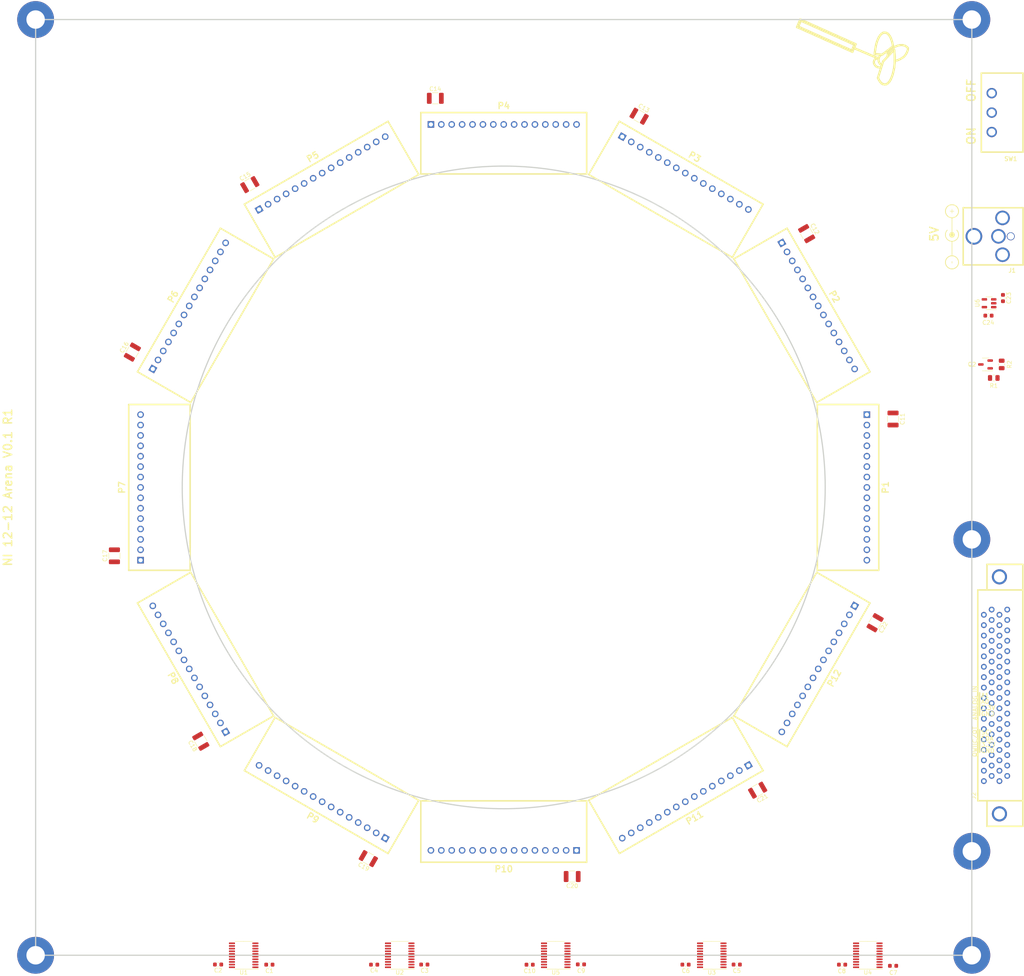
<source format=kicad_pcb>
(kicad_pcb (version 20221018) (generator pcbnew)
  (layers (0 "F.Cu" signal) (1 "In1.Cu" power) (2 "In2.Cu" power) (31 "B.Cu" signal) (34 "B.Paste" user) (35 "F.Paste" user) (36 "B.SilkS" user "B.Silkscreen") (37 "F.SilkS" user "F.Silkscreen") (38 "B.Mask" user) (39 "F.Mask" user) (44 "Edge.Cuts" user))
  (net 0 "")
  (net 1 "+3.3V")
  (net 2 "+5V")
  (net 4 "Net-(SW1-A)")
  (net 15 "/Level Shifters/PAN5V.CS_00")
  (net 16 "/Level Shifters/PAN5V.CS_01")
  (net 17 "/Level Shifters/PAN5V.CS_02")
  (net 18 "/Level Shifters/PAN5V.CS_03")
  (net 19 "/Level Shifters/PAN5V.CS_04")
  (net 20 "/Level Shifters/PAN5V.EXT_INT")
  (net 21 "GND")
  (net 25 "/Level Shifters/PAN5V.CS_05")
  (net 26 "/Level Shifters/PAN5V.CS_06")
  (net 38 "Net-(Q2-G)")
  (net 39 "/Level Shifters/PAN5V.RESET")
  (net 40 "/Level Shifters/PAN3V.RESET")
  (net 41 "/Level Shifters/PAN3V.CS_00")
  (net 42 "/Level Shifters/PAN3V.CS_01")
  (net 43 "/Level Shifters/PAN3V.CS_02")
  (net 44 "/Level Shifters/PAN3V.CS_03")
  (net 45 "/Level Shifters/PAN3V.CS_04")
  (net 46 "/Level Shifters/PAN3V.CS_05")
  (net 47 "/Level Shifters/PAN3V.CS_06")
  (net 48 "/Level Shifters/PAN3V.CS_07")
  (net 49 "/Level Shifters/PAN5V.CS_07")
  (net 50 "/Level Shifters/PAN3V.SCK_00")
  (net 51 "/Level Shifters/PAN3V.SCK_01")
  (net 52 "/Level Shifters/PAN3V.SCK_02")
  (net 53 "/Level Shifters/PAN3V.SCK_03")
  (net 54 "/Level Shifters/PAN3V.SCK_04")
  (net 55 "/Level Shifters/PAN3V.SCK_05")
  (net 56 "/Level Shifters/PAN3V.MOSI_00")
  (net 57 "/Level Shifters/PAN3V.MISO_00")
  (net 58 "/Level Shifters/PAN5V.MISO_00")
  (net 59 "/Level Shifters/PAN5V.MOSI_00")
  (net 60 "/Level Shifters/PAN5V.SCK_05")
  (net 61 "/Level Shifters/PAN5V.SCK_04")
  (net 62 "/Level Shifters/PAN5V.SCK_03")
  (net 63 "/Level Shifters/PAN5V.SCK_02")
  (net 64 "/Level Shifters/PAN3V.EXT_INT")
  (net 65 "/Level Shifters/PAN5V.SCK_01")
  (net 66 "/Level Shifters/PAN5V.SCK_00")
  (net 67 "/Level Shifters/PAN3V.MOSI_01")
  (net 68 "/Level Shifters/PAN3V.MISO_01")
  (net 69 "/Level Shifters/PAN3V.MOSI_02")
  (net 70 "/Level Shifters/PAN3V.MISO_02")
  (net 71 "/Level Shifters/PAN3V.MOSI_03")
  (net 72 "/Level Shifters/PAN3V.MISO_03")
  (net 73 "/Level Shifters/PAN3V.MOSI_04")
  (net 74 "/Level Shifters/PAN3V.MISO_04")
  (net 75 "/Level Shifters/PAN5V.MISO_04")
  (net 76 "/Level Shifters/PAN5V.MOSI_04")
  (net 77 "/Level Shifters/PAN5V.MISO_03")
  (net 78 "/Level Shifters/PAN5V.MOSI_03")
  (net 79 "/Level Shifters/PAN5V.MISO_02")
  (net 80 "/Level Shifters/PAN5V.MOSI_02")
  (net 81 "/Level Shifters/PAN5V.MISO_01")
  (net 82 "/Level Shifters/PAN5V.MOSI_01")
  (net 83 "/Level Shifters/PAN3V.MOSI_05")
  (net 84 "/Panel Headers/RESET")
  (net 85 "/Level Shifters/PAN3V.MISO_05")
  (net 86 "/Level Shifters/PAN3V.MOSI_06")
  (net 87 "/Level Shifters/PAN3V.MISO_06")
  (net 88 "/Level Shifters/PAN3V.MOSI_07")
  (net 89 "/Level Shifters/PAN3V.MISO_07")
  (net 90 "/Level Shifters/PAN3V.MOSI_08")
  (net 91 "/Level Shifters/PAN3V.MISO_08")
  (net 92 "/Level Shifters/PAN5V.MISO_08")
  (net 93 "/Level Shifters/PAN5V.MOSI_08")
  (net 94 "/Level Shifters/PAN5V.MISO_07")
  (net 95 "/Level Shifters/PAN5V.MOSI_07")
  (net 96 "/Level Shifters/PAN5V.MISO_06")
  (net 97 "/Level Shifters/PAN5V.MOSI_06")
  (net 98 "/Level Shifters/PAN5V.MISO_05")
  (net 99 "/Level Shifters/PAN5V.MOSI_05")
  (net 100 "/Level Shifters/PAN3V.MOSI_09")
  (net 101 "/Level Shifters/PAN3V.MISO_09")
  (net 102 "/Level Shifters/PAN3V.MOSI_10")
  (net 103 "/Level Shifters/PAN3V.MISO_10")
  (net 104 "/Level Shifters/PAN3V.MOSI_11")
  (net 105 "/Level Shifters/PAN3V.MISO_11")
  (net 106 "/Level Shifters/PAN5V.MISO_11")
  (net 107 "/Level Shifters/PAN5V.MOSI_11")
  (net 108 "/Level Shifters/PAN5V.MISO_10")
  (net 109 "/Level Shifters/PAN5V.MOSI_10")
  (net 110 "/Level Shifters/PAN5V.MISO_09")
  (net 111 "/Level Shifters/PAN5V.MOSI_09")
  (footprint "Capacitor_SMD:C_0603_1608Metric" (layer "F.Cu") (at 158.41 294.37)
    (fp_text reference "C3")
    (fp_text value "0.1uF")
  )
  (footprint "Capacitor_SMD:C_1210_3225Metric" (layer "F.Cu") (at 210.858715 87.120624 -30)
    (fp_text reference "C13")
    (fp_text value "100uF")
  )
  (footprint "MountingHole:MountingHole_4.5mm_Pad" (layer "F.Cu") (at 63.5 63.5)
    (fp_text reference "H1" hide)
    (fp_text value "MountingHole_Pad" hide)
  )
  (footprint "arena_custom:HEADER_TOP" (layer "F.Cu") (at 177.799999 266.474028 180)
    (fp_text reference "P10")
    (fp_text value "CONN15" hide)
  )
  (footprint "Capacitor_SMD:C_0603_1608Metric" (layer "F.Cu") (at 222.195 294.38 180)
    (fp_text reference "C6")
    (fp_text value "0.1uF")
  )
  (footprint "arena_custom:HEADER_TOP" (layer "F.Cu") (at 254.593961 222.137014 -120)
    (fp_text reference "P12")
    (fp_text value "CONN15" hide)
  )
  (footprint "arena_custom:HEADER_TOP" (layer "F.Cu") (at 89.125971 177.8 90)
    (fp_text reference "P7")
    (fp_text value "CONN15" hide)
  )
  (footprint "Capacitor_SMD:C_1210_3225Metric" (layer "F.Cu") (at 161.09 82.739999)
    (fp_text reference "C14")
    (fp_text value "100uF")
  )
  (footprint "Capacitor_SMD:C_1210_3225Metric" (layer "F.Cu") (at 268.479375 210.858715 -120)
    (fp_text reference "C22")
    (fp_text value "100uF")
  )
  (footprint "arena_custom:slide_switch" (layer "F.Cu") (at 299.5 86.233 90)
    (fp_text reference "SW1")
    (fp_text value "SW_SPDT" hide)
  )
  (footprint "Package_SO:TSSOP-20_4.4x6.5mm_P0.65mm" (layer "F.Cu") (at 228.6 292.1 180)
    (fp_text reference "U3")
    (fp_text value "TXB0108PW")
  )
  (footprint "Capacitor_SMD:C_0603_1608Metric" (layer "F.Cu") (at 260.42 294.39 180)
    (fp_text reference "C8")
    (fp_text value "0.1uF")
  )
  (footprint "Package_SO:TSSOP-20_4.4x6.5mm_P0.65mm" (layer "F.Cu") (at 152.4 292.1 180)
    (fp_text reference "U2")
    (fp_text value "TXB0108PW")
  )
  (footprint "Capacitor_SMD:C_1210_3225Metric" (layer "F.Cu") (at 103.830624 239.801284 120)
    (fp_text reference "C18")
    (fp_text value "100uF")
  )
  (footprint "arena_custom:HEADER_TOP" (layer "F.Cu") (at 133.462985 254.593961 150)
    (fp_text reference "P9")
    (fp_text value "CONN15" hide)
  )
  (footprint "arena_custom:HEADER_TOP" (layer "F.Cu") (at 222.137014 254.593961 -150)
    (fp_text reference "P11")
    (fp_text value "CONN15" hide)
  )
  (footprint "Capacitor_SMD:C_0603_1608Metric" (layer "F.Cu") (at 196.655 294.33)
    (fp_text reference "C9")
    (fp_text value "0.1uF")
  )
  (footprint "Capacitor_SMD:C_0603_1608Metric" (layer "F.Cu") (at 108.055 294.36 180)
    (fp_text reference "C2")
    (fp_text value "0.1uF")
  )
  (footprint "Capacitor_SMD:C_0603_1608Metric" (layer "F.Cu") (at 234.695 294.37)
    (fp_text reference "C5")
    (fp_text value "0.1uF")
  )
  (footprint "Capacitor_SMD:C_0603_1608Metric" (layer "F.Cu") (at 184.13 294.4 180)
    (fp_text reference "C10")
    (fp_text value "0.1uF")
  )
  (footprint "MountingHole:MountingHole_4.5mm_Pad" (layer "F.Cu") (at 292.1 292.1)
    (fp_text reference "H3" hide)
    (fp_text value "MountingHole_Pad" hide)
  )
  (footprint "Package_SO:TSSOP-20_4.4x6.5mm_P0.65mm" (layer "F.Cu") (at 114.3 292.1 180)
    (fp_text reference "U1")
    (fp_text value "TXB0108PW")
  )
  (footprint "Capacitor_SMD:C_0603_1608Metric" (layer "F.Cu") (at 296.165 135.83)
    (fp_text reference "C24")
    (fp_text value "10uF")
  )
  (footprint "Package_TO_SOT_SMD:SOT-23-3" (layer "F.Cu") (at 295.4435 147.758 180)
    (fp_text reference "Q2")
    (fp_text value "MOSFET_NCHAN")
  )
  (footprint "MountingHole:MountingHole_4.5mm_Pad" (layer "F.Cu") (at 63.5 292.1)
    (fp_text reference "H4" hide)
    (fp_text value "MountingHole_Pad" hide)
  )
  (footprint "arena_custom:DCJACK_2PIN_HIGHCURRENT" (layer "F.Cu") (at 304.6 116.459 -90)
    (fp_text reference "J1")
    (fp_text value "Barrel_Jack" hide)
  )
  (footprint "Capacitor_SMD:C_1210_3225Metric" (layer "F.Cu") (at 115.798715 103.830624 30)
    (fp_text reference "C15")
    (fp_text value "100uF")
  )
  (footprint "arena_custom:HEADER_TOP" (layer "F.Cu") (at 133.462985 101.006038 30)
    (fp_text reference "P5")
    (fp_text value "CONN15" hide)
  )
  (footprint "Capacitor_SMD:C_1210_3225Metric" (layer "F.Cu") (at 239.801284 251.769375 -150)
    (fp_text reference "C21")
    (fp_text value "100uF")
  )
  (footprint "Package_SO:TSSOP-20_4.4x6.5mm_P0.65mm" (layer "F.Cu") (at 266.7 292.1 180)
    (fp_text reference "U4")
    (fp_text value "TXB0108PW")
  )
  (footprint "arena_custom:HEADER_TOP" (layer "F.Cu") (at 177.8 89.125971)
    (fp_text reference "P4")
    (fp_text value "CONN15" hide)
  )
  (footprint "Resistor_SMD:R_0805_2012Metric" (layer "F.Cu") (at 297.4575 151.06)
    (fp_text reference "R1")
    (fp_text value "200")
  )
  (footprint "Package_TO_SOT_SMD:SOT-23-5" (layer "F.Cu") (at 296.3075 132.81 180)
    (fp_text reference "U6")
    (fp_text value "AP2112K-3.3" hide)
  )
  (footprint "Capacitor_SMD:C_1210_3225Metric" (layer "F.Cu") (at 272.86 161.09 -90)
    (fp_text reference "C11")
    (fp_text value "100uF")
  )
  (footprint "Capacitor_SMD:C_1210_3225Metric" (layer "F.Cu") (at 251.769375 115.798715 -60)
    (fp_text reference "C12")
    (fp_text value "100uF")
  )
  (footprint "MountingHole:MountingHole_4.5mm_Pad" (layer "F.Cu") (at 292.1 190.5)
    (fp_text reference "H5" hide)
    (fp_text value "MountingHole_Pad" hide)
  )
  (footprint "arena_custom:HEADER_TOP" (layer "F.Cu") (at 266.474028 177.8 -90)
    (fp_text reference "P1")
    (fp_text value "CONN15" hide)
  )
  (footprint "arena_custom:HEADER_TOP" (layer "F.Cu") (at 101.006038 133.462985 60)
    (fp_text reference "P6")
    (fp_text value "CONN15" hide)
  )
  (footprint "arena_custom:HEADER_TOP" (layer "F.Cu") (at 101.006038 222.137014 120)
    (fp_text reference "P8")
    (fp_text value "CONN15" hide)
  )
  (footprint "MountingHole:MountingHole_4.5mm_Pad" (layer "F.Cu") (at 292.1 63.5)
    (fp_text reference "H2" hide)
    (fp_text value "MountingHole_Pad" hide)
  )
  (footprint "Capacitor_SMD:C_0603_1608Metric" (layer "F.Cu") (at 146.16 294.39 180)
    (fp_text reference "C4")
    (fp_text value "0.1uF")
  )
  (footprint "Capacitor_SMD:C_0603_1608Metric" (layer "F.Cu") (at 272.87 294.68)
    (fp_text reference "C7")
    (fp_text value "0.1uF")
  )
  (footprint "Capacitor_SMD:C_1210_3225Metric" (layer "F.Cu") (at 87.120624 144.741284 60)
    (fp_text reference "C16")
    (fp_text value "100uF")
  )
  (footprint "Capacitor_SMD:C_0603_1608Metric" (layer "F.Cu") (at 120.575 294.39)
    (fp_text reference "C1")
    (fp_text value "0.1uF")
  )
  (footprint "MountingHole:MountingHole_4.5mm_Pad" (layer "F.Cu") (at 292.1 266.7)
    (fp_text reference "H6" hide)
    (fp_text value "MountingHole_Pad" hide)
  )
  (footprint "arena_custom:HEADER_TOP" (layer "F.Cu") (at 254.593961 133.462985 -60)
    (fp_text reference "P2")
    (fp_text value "CONN15" hide)
  )
  (footprint "Capacitor_SMD:C_1210_3225Metric" (layer "F.Cu") (at 194.51 272.86 180)
    (fp_text reference "C20")
    (fp_text value "100uF")
  )
  (footprint "Capacitor_SMD:C_0603_1608Metric" (layer "F.Cu") (at 299.7 131.54 -90)
    (fp_text reference "C23")
    (fp_text value "10uF")
  )
  (footprint "arena_custom:TE_CONN_DSUB_RA_68" (layer "F.Cu") (at 304.55 228.6 90)
    (fp_text reference "J2")
    (fp_text value "NI_TE_68pos" hide)
  )
  (footprint "Capacitor_SMD:C_1210_3225Metric" (layer "F.Cu") (at 144.741284 268.479375 150)
    (fp_text reference "C19")
    (fp_text value "100uF")
  )
  (footprint "Capacitor_SMD:C_1210_3225Metric" (layer "F.Cu") (at 82.739999 194.51 90)
    (fp_text reference "C17")
    (fp_text value "100uF")
  )
  (footprint "arena_custom:HEADER_TOP" (layer "F.Cu") (at 222.137014 101.006038 -30)
    (fp_text reference "P3")
    (fp_text value "CONN15" hide)
  )
  (footprint "Package_SO:TSSOP-20_4.4x6.5mm_P0.65mm" (layer "F.Cu") (at 190.5 292.1 180)
    (fp_text reference "U5")
    (fp_text value "TXB0108PW")
  )
  (footprint "Resistor_SMD:R_0805_2012Metric" (layer "F.Cu") (at 299.386 147.758 -90)
    (fp_text reference "R2")
    (fp_text value "20k")
  )
  (gr_line (start 272.719791 77.056148) (end 272.792723 76.816793) (stroke (width 0.514144)) (layer "F.SilkS"))
  (gr_line (start 269.848875 78.84365) (end 269.949642 78.94925) (stroke (width 0.514144)) (layer "F.SilkS"))
  (gr_line (start 269.91939 75.129372) (end 269.568674 75.230056) (stroke (width 0.514144)) (layer "F.SilkS"))
  (gr_line (start 285.958677 117.020687) (end 285.912617 116.954601) (stroke (width 0.15487)) (layer "F.SilkS"))
  (gr_line (start 287.579658 108.759663) (end 287.656965 108.777506) (stroke (width 0.179621)) (layer "F.SilkS"))
  (gr_line (start 286.301544 109.044649) (end 286.364193 109.000099) (stroke (width 0.179621)) (layer "F.SilkS"))
  (gr_line (start 273.203414 74.60929) (end 273.230843 74.302741) (stroke (width 0.514144)) (layer "F.SilkS"))
  (gr_line (start 268.538467 71.922576) (end 268.398283 71.928386) (stroke (width 0.514144)) (layer "F.SilkS"))
  (gr_line (start 268.574091 73.118561) (end 268.857945 73.03804) (stroke (width 0.514144)) (layer "F.SilkS"))
  (gr_line (start 269.169029 77.753918) (end 269.385651 78.183367) (stroke (width 0.514144)) (layer "F.SilkS"))
  (gr_line (start 271.889088 78.737053) (end 271.995033 78.597133) (stroke (width 0.514144)) (layer "F.SilkS"))
  (gr_line (start 287.807038 124.313867) (end 287.732792 124.338989) (stroke (width 0.179621)) (layer "F.SilkS"))
  (gr_line (start 288.624191 121.984336) (end 288.662666 122.051252) (stroke (width 0.179621)) (layer "F.SilkS"))
  (gr_line (start 270.373143 79.255534) (end 270.483539 79.301598) (stroke (width 0.514144)) (layer "F.SilkS"))
  (gr_line (start 269.627802 78.587148) (end 269.849848 78.897612) (stroke (width 0.514144)) (layer "F.SilkS"))
  (gr_line (start 287.014275 111.904619) (end 286.935586 111.890567) (stroke (width 0.179621)) (layer "F.SilkS"))
  (gr_line (start 288.644971 116.886798) (end 288.602596 116.954601) (stroke (width 0.15487)) (layer "F.SilkS"))
  (gr_line (start 270.12026 79.162894) (end 270.402342 79.294654) (stroke (width 0.514144)) (layer "F.SilkS"))
  (gr_line (start 286.183213 123.995719) (end 286.127717 123.94281) (stroke (width 0.179621)) (layer "F.SilkS"))
  (gr_line (start 286.429041 124.179493) (end 286.364208 124.13793) (stroke (width 0.179621)) (layer "F.SilkS"))
  (gr_line (start 288.851319 116.299732) (end 288.838422 116.37612) (stroke (width 0.15487)) (layer "F.SilkS"))
  (gr_line (start 272.046604 71.989815) (end 270.43001 73.735033) (stroke (width 0.514144)) (layer "F.SilkS"))
  (gr_line (start 286.24118 121.579884) (end 286.301544 121.532447) (stroke (width 0.179621)) (layer "F.SilkS"))
  (gr_line (start 269.072842 68.532694) (end 269.358938 67.903329) (stroke (width 0.514144)) (layer "F.SilkS"))
  (gr_line (start 268.490036 74.712817) (end 268.294985 74.405939) (stroke (width 0.514144)) (layer "F.SilkS"))
  (gr_line (start 269.95576 67.084344) (end 270.162314 66.914871) (stroke (width 0.514144)) (layer "F.SilkS"))
  (gr_line (start 287.175394 111.920951) (end 287.094245 111.914781) (stroke (width 0.179621)) (layer "F.SilkS"))
  (gr_line (start 275.697613 69.857459) (end 276.045895 70.048451) (stroke (width 0.514144)) (layer "F.SilkS"))
  (gr_line (start 285.932595 123.706323) (end 285.891031 123.64149) (stroke (width 0.179621)) (layer "F.SilkS"))
  (gr_line (start 285.678102 110.081768) (end 285.692154 110.00308) (stroke (width 0.179621)) (layer "F.SilkS"))
  (gr_line (start 268.687622 74.905469) (end 268.490036 74.712817) (stroke (width 0.514144)) (layer "F.SilkS"))
  (gr_line (start 269.213842 77.812465) (end 269.296205 77.988991) (stroke (width 0.514144)) (layer "F.SilkS"))
  (gr_line (start 288.332018 111.507921) (end 288.274039 111.558144) (stroke (width 0.179621)) (layer "F.SilkS"))
  (gr_line (start 268.294985 74.405939) (end 268.204859 74.17758) (stroke (width 0.514144)) (layer "F.SilkS"))
  (gr_line (start 288.662666 109.563454) (end 288.697954 109.632353) (stroke (width 0.179621)) (layer "F.SilkS"))
  (gr_line (start 287.257623 111.923031) (end 287.175394 111.920951) (stroke (width 0.179621)) (layer "F.SilkS"))
  (gr_line (start 287.500969 108.745611) (end 287.579658 108.759663) (stroke (width 0.179621)) (layer "F.SilkS"))
  (gr_line (start 271.584177 79.084107) (end 272.001749 78.655636) (stroke (width 0.514144)) (layer "F.SilkS"))
  (gr_line (start 285.891023 109.496538) (end 285.932586 109.431706) (stroke (width 0.179621)) (layer "F.SilkS"))
  (gr_line (start 288.847273 122.649536) (end 288.853443 122.730685) (stroke (width 0.179621)) (layer "F.SilkS"))
  (gr_line (start 287.950382 121.372569) (end 288.01928 121.407857) (stroke (width 0.179621)) (layer "F.SilkS"))
  (gr_line (start 286.179039 117.264324) (end 286.118965 117.207211) (stroke (width 0.15487)) (layer "F.SilkS"))
  (gr_line (start 271.557158 72.298344) (end 271.562769 72.215878) (stroke (width 0.514144)) (layer "F.SilkS"))
  (gr_line (start 288.697954 111.017877) (end 288.662666 111.086776) (stroke (width 0.179621)) (layer "F.SilkS"))
  (gr_line (start 271.796884 67.188567) (end 271.866965 67.27346) (stroke (width 0.514144)) (layer "F.SilkS"))
  (gr_line (start 288.823059 110.00308) (end 288.837111 110.081768) (stroke (width 0.179621)) (layer "F.SilkS"))
  (gr_line (start 270.042082 66.980845) (end 270.486469 66.719946) (stroke (width 0.514144)) (layer "F.SilkS"))
  (gr_line (start 288.44042 121.738511) (end 288.490643 121.796491) (stroke (width 0.179621)) (layer "F.SilkS"))
  (gr_line (start 273.396069 73.592428) (end 273.26293 73.636146) (stroke (width 0.514144)) (layer "F.SilkS"))
  (gr_line (start 271.175363 66.746491) (end 271.258978 66.778138) (stroke (width 0.514144)) (layer "F.SilkS"))
  (gr_line (start 286.635626 108.852772) (end 286.708191 108.824161) (stroke (width 0.179621)) (layer "F.SilkS"))
  (gr_line (start 285.737589 116.601278) (end 285.713638 116.527036) (stroke (width 0.15487)) (layer "F.SilkS"))
  (gr_line (start 287.014268 121.233409) (end 287.094239 121.223247) (stroke (width 0.179621)) (layer "F.SilkS"))
  (gr_line (start 287.807038 111.826069) (end 287.732792 111.851191) (stroke (width 0.179621)) (layer "F.SilkS"))
  (gr_line (start 288.853443 122.895142) (end 288.847273 122.976291) (stroke (width 0.179621)) (layer "F.SilkS"))
  (gr_line (start 286.301558 124.093379) (end 286.241193 124.045942) (stroke (width 0.179621)) (layer "F.SilkS"))
  (gr_line (start 270.652049 79.34661) (end 270.708938 79.355045) (stroke (width 0.514144)) (layer "F.SilkS"))
  (gr_line (start 287.411957 117.671485) (end 287.334853 117.677012) (stroke (width 0.15487)) (layer "F.SilkS"))
  (gr_line (start 288.086196 111.691695) (end 288.01928 111.730171) (stroke (width 0.179621)) (layer "F.SilkS"))
  (gr_line (start 287.334853 117.677012) (end 287.257606 117.678855) (stroke (width 0.15487)) (layer "F.SilkS"))
  (gr_line (start 276.063288 71.879708) (end 275.824175 72.244406) (stroke (width 0.514144)) (layer "F.SilkS"))
  (gr_line (start 271.953175 71.26514) (end 272.16674 70.993802) (stroke (width 0.514144)) (layer "F.SilkS"))
  (gr_line (start 287.257623 115.420801) (end 287.257623 111.996042) (stroke (width 0.168772)) (layer "F.SilkS"))
  (gr_line (start 285.891031 123.64149) (end 285.852554 123.574574) (stroke (width 0.179621)) (layer "F.SilkS"))
  (gr_line (start 269.655783 72.404764) (end 269.813437 72.22149) (stroke (width 0.514144)) (layer "F.SilkS"))
  (gr_line (start 268.378971 73.29255) (end 268.574091 73.118561) (stroke (width 0.514144)) (layer "F.SilkS"))
  (gr_line (start 286.635639 124.285256) (end 286.564857 124.253257) (stroke (width 0.179621)) (layer "F.SilkS"))
  (gr_line (start 285.66177 110.242887) (end 285.66794 110.161738) (stroke (width 0.179621)) (layer "F.SilkS"))
  (gr_line (start 287.094245 111.914781) (end 287.014275 111.904619) (stroke (width 0.179621)) (layer "F.SilkS"))
  (gr_line (start 287.950382 111.765459) (end 287.879601 111.797458) (stroke (width 0.179621)) (layer "F.SilkS"))
  (gr_line (start 288.729953 123.434894) (end 288.697954 123.505675) (stroke (width 0.179621)) (layer "F.SilkS"))
  (gr_line (start 271.74168 67.120768) (end 272.14785 67.677546) (stroke (width 0.514144)) (layer "F.SilkS"))
  (gr_line (start 276.045895 70.048451) (end 276.310637 70.266337) (stroke (width 0.514144)) (layer "F.SilkS"))
  (gr_line (start 262.869029 71.238685) (end 249.569411 65.284054) (stroke (width 0.514144)) (layer "F.SilkS"))
  (gr_line (start 285.654682 115.914214) (end 285.663894 115.837397) (stroke (width 0.15487)) (layer "F.SilkS"))
  (gr_line (start 288.860531 116.222914) (end 288.851319 116.299732) (stroke (width 0.15487)) (layer "F.SilkS"))
  (gr_line (start 262.984506 71.29082) (end 263.743691 69.51028) (stroke (width 0.514144)) (layer "F.SilkS"))
  (gr_line (start 270.823954 66.689781) (end 270.91435 66.693356) (stroke (width 0.514144)) (layer "F.SilkS"))
  (gr_line (start 272.561228 77.506092) (end 272.642575 77.286047) (stroke (width 0.514144)) (layer "F.SilkS"))
  (gr_line (start 286.708191 121.311959) (end 286.782438 121.286837) (stroke (width 0.179621)) (layer "F.SilkS"))
  (gr_line (start 270.402342 79.294654) (end 270.845429 79.369321) (stroke (width 0.514144)) (layer "F.SilkS"))
  (gr_line (start 287.935657 117.529624) (end 287.863562 117.560944) (stroke (width 0.15487)) (layer "F.SilkS"))
  (gr_line (start 287.180359 117.677012) (end 287.103255 117.671485) (stroke (width 0.15487)) (layer "F.SilkS"))
  (gr_line (start 274.365448 69.786521) (end 274.732374 69.731135) (stroke (width 0.514144)) (layer "F.SilkS"))
  (gr_line (start 288.209728 117.367496) (end 288.143643 117.413555) (stroke (width 0.15487)) (layer "F.SilkS"))
  (gr_line (start 287.026438 117.662273) (end 286.950049 117.649377) (stroke (width 0.15487)) (layer "F.SilkS"))
  (gr_line (start 287.339851 111.920951) (end 287.257623 111.923031) (stroke (width 0.179621)) (layer "F.SilkS"))
  (gr_line (start 275.3629 69.776092) (end 275.697613 69.857459) (stroke (width 0.514144)) (layer "F.SilkS"))
  (gr_line (start 269.813437 72.22149) (end 269.933432 72.102344) (stroke (width 0.514144)) (layer "F.SilkS"))
  (gr_line (start 272.975988 70.361552) (end 273.168289 70.250358) (stroke (width 0.514144)) (layer "F.SilkS"))
  (gr_line (start 276.470799 70.922516) (end 276.357002 71.278013) (stroke (width 0.514144)) (layer "F.SilkS"))
  (gr_line (start 271.66866 78.97738) (end 271.780245 78.863935) (stroke (width 0.514144)) (layer "F.SilkS"))
  (gr_line (start 287.640979 117.632796) (end 287.565163 117.649377) (stroke (width 0.15487)) (layer "F.SilkS"))
  (gr_line (start 288.387512 109.195218) (end 288.44042 109.250713) (stroke (width 0.179621)) (layer "F.SilkS"))
  (gr_line (start 270.486109 66.747234) (end 270.597313 66.715491) (stroke (width 0.514144)) (layer "F.SilkS"))
  (gr_line (start 276.310637 70.266337) (end 276.487316 70.447612) (stroke (width 0.514144)) (layer "F.SilkS"))
  (gr_line (start 285.75665 109.775698) (end 285.785261 109.703135) (stroke (width 0.179621)) (layer "F.SilkS"))
  (gr_line (start 286.708204 124.313867) (end 286.635639 124.285256) (stroke (width 0.179621)) (layer "F.SilkS"))
  (gr_line (start 286.935586 124.378364) (end 286.858278 124.360522) (stroke (width 0.179621)) (layer "F.SilkS"))
  (gr_line (start 288.853443 110.242887) (end 288.855522 110.325115) (stroke (width 0.179621)) (layer "F.SilkS"))
  (gr_line (start 273.199471 71.40298) (end 273.170914 71.146272) (stroke (width 0.514144)) (layer "F.SilkS"))
  (gr_line (start 271.00305 66.704039) (end 271.090054 66.721771) (stroke (width 0.514144)) (layer "F.SilkS"))
  (gr_line (start 287.950382 108.884771) (end 288.01928 108.920059) (stroke (width 0.179621)) (layer "F.SilkS"))
  (gr_line (start 288.396248 117.207211) (end 288.336173 117.264324) (stroke (width 0.15487)) (layer "F.SilkS"))
  (gr_line (start 285.870242 115.250331) (end 285.912617 115.182528) (stroke (width 0.15487)) (layer "F.SilkS"))
  (gr_line (start 285.713638 115.610093) (end 285.737589 115.535851) (stroke (width 0.15487)) (layer "F.SilkS"))
  (gr_line (start 285.709998 123.212257) (end 285.692155 123.134949) (stroke (width 0.179621)) (layer "F.SilkS"))
  (gr_line (start 268.398283 71.928386) (end 268.443264 71.372715) (stroke (width 0.514144)) (layer "F.SilkS"))
  (gr_line (start 250.277988 63.622209) (end 263.577606 69.576838) (stroke (width 0.514144)) (layer "F.SilkS"))
  (gr_line (start 288.387512 121.683016) (end 288.44042 121.738511) (stroke (width 0.179621)) (layer "F.SilkS"))
  (gr_line (start 288.602596 116.954601) (end 288.556536 117.020687) (stroke (width 0.15487)) (layer "F.SilkS"))
  (gr_line (start 272.386758 77.915027) (end 272.475904 77.715885) (stroke (width 0.514144)) (layer "F.SilkS"))
  (gr_line (start 288.851319 115.837397) (end 288.860531 115.914214) (stroke (width 0.15487)) (layer "F.SilkS"))
  (gr_line (start 270.823706 79.361837) (end 270.950176 79.353592) (stroke (width 0.514144)) (layer "F.SilkS"))
  (gr_line (start 288.823059 123.134949) (end 288.805217 123.212257) (stroke (width 0.179621)) (layer "F.SilkS"))
  (gr_line (start 272.192051 67.792474) (end 272.252008 67.914764) (stroke (width 0.514144)) (layer "F.SilkS"))
  (gr_line (start 288.624191 109.496538) (end 288.662666 109.563454) (stroke (width 0.179621)) (layer "F.SilkS"))
  (gr_line (start 285.663894 115.837397) (end 285.676791 115.761009) (stroke (width 0.15487)) (layer "F.SilkS"))
  (gr_line (start 272.526536 68.615325) (end 272.624571 68.936007) (stroke (width 0.514144)) (layer "F.SilkS"))
  (gr_line (start 274.300501 73.290538) (end 273.955521 73.448266) (stroke (width 0.514144)) (layer "F.SilkS"))
  (gr_line (start 272.878363 70.030484) (end 272.227131 70.522448) (stroke (width 0.514144)) (layer "F.SilkS"))
  (gr_line (start 286.241193 111.558144) (end 286.183213 111.507921) (stroke (width 0.179621)) (layer "F.SilkS"))
  (gr_line (start 274.611605 73.162883) (end 274.300501 73.290538) (stroke (width 0.514144)) (layer "F.SilkS"))
  (gr_line (start 276.487316 70.447612) (end 276.514114 70.597317) (stroke (width 0.514144)) (layer "F.SilkS"))
  (gr_line (start 288.729953 122.190932) (end 288.758563 122.263496) (stroke (width 0.179621)) (layer "F.SilkS"))
  (gr_line (start 273.463734 70.098418) (end 273.689671 69.989986) (stroke (width 0.514144)) (layer "F.SilkS"))
  (gr_line (start 273.271457 72.470915) (end 273.259991 72.198306) (stroke (width 0.514144)) (layer "F.SilkS"))
  (gr_line (start 269.789995 74.417504) (end 269.64406 74.262718) (stroke (width 0.514144)) (layer "F.SilkS"))
  (gr_line (start 288.332018 123.995719) (end 288.274039 124.045942) (stroke (width 0.179621)) (layer "F.SilkS"))
  (gr_line (start 287.257623 124.410828) (end 287.175394 124.408749) (stroke (width 0.179621)) (layer "F.SilkS"))
  (gr_line (start 285.785261 122.190932) (end 285.81726 122.120151) (stroke (width 0.179621)) (layer "F.SilkS"))
  (gr_line (start 288.847273 110.161738) (end 288.853443 110.242887) (stroke (width 0.179621)) (layer "F.SilkS"))
  (gr_line (start 288.151027 109.000099) (end 288.213675 109.044649) (stroke (width 0.179621)) (layer "F.SilkS"))
  (gr_line (start 288.453362 114.989993) (end 288.506791 115.052216) (stroke (width 0.15487)) (layer "F.SilkS"))
  (gr_line (start 288.506791 117.084913) (end 288.453362 117.147135) (stroke (width 0.15487)) (layer "F.SilkS"))
  (gr_line (start 294 237) (end 294 242.5) (stroke (width 0.381)) (layer "F.SilkS"))
  (gr_line (start 269.081167 72.892436) (end 269.063736 72.933473) (stroke (width 0.514144)) (layer "F.SilkS"))
  (gr_line (start 285.663894 116.299732) (end 285.654682 116.222915) (stroke (width 0.15487)) (layer "F.SilkS"))
  (gr_line (start 288.758563 109.775698) (end 288.783685 109.849944) (stroke (width 0.179621)) (layer "F.SilkS"))
  (gr_line (start 285.756654 110.874532) (end 285.731531 110.800286) (stroke (width 0.179621)) (layer "F.SilkS"))
  (gr_line (start 288.644971 115.25033) (end 288.683661 115.319707) (stroke (width 0.15487)) (layer "F.SilkS"))
  (gr_line (start 270.193455 72.080045) (end 268.398283 71.928388) (stroke (width 0.514144)) (layer "F.SilkS"))
  (gr_line (start 273.170914 71.146272) (end 273.138327 70.894215) (stroke (width 0.514144)) (layer "F.SilkS"))
  (gr_line (start 286.651651 117.560944) (end 286.579555 117.529624) (stroke (width 0.15487)) (layer "F.SilkS"))
  (gr_line (start 288.213675 111.605581) (end 288.151027 111.650132) (stroke (width 0.179621)) (layer "F.SilkS"))
  (gr_line (start 285.852554 123.574574) (end 285.817265 123.505675) (stroke (width 0.179621)) (layer "F.SilkS"))
  (gr_line (start 286.1832 109.142309) (end 286.24118 109.092086) (stroke (width 0.179621)) (layer "F.SilkS"))
  (gr_line (start 268.78524 69.424072) (end 269.072842 68.532694) (stroke (width 0.514144)) (layer "F.SilkS"))
  (gr_line (start 286.061851 114.989993) (end 286.118965 114.929917) (stroke (width 0.15487)) (layer "F.SilkS"))
  (gr_line (start 286.061851 117.147135) (end 286.008421 117.084913) (stroke (width 0.15487)) (layer "F.SilkS"))
  (gr_line (start 285.692154 122.490878) (end 285.709996 122.413569) (stroke (width 0.179621)) (layer "F.SilkS"))
  (gr_line (start 287.879601 111.797458) (end 287.807038 111.826069) (stroke (width 0.179621)) (layer "F.SilkS"))
  (gr_line (start 286.024573 109.308693) (end 286.074796 109.250713) (stroke (width 0.179621)) (layer "F.SilkS"))
  (gr_line (start 285.852554 111.086776) (end 285.817265 111.017877) (stroke (width 0.179621)) (layer "F.SilkS"))
  (gr_line (start 286.301544 121.532447) (end 286.364193 121.487896) (stroke (width 0.179621)) (layer "F.SilkS"))
  (gr_line (start 288.783685 123.288084) (end 288.758563 123.36233) (stroke (width 0.179621)) (layer "F.SilkS"))
  (gr_line (start 269.334135 73.088782) (end 269.435669 72.741) (stroke (width 0.514144)) (layer "F.SilkS"))
  (gr_line (start 286.635639 111.797458) (end 286.564857 111.765459) (stroke (width 0.179621)) (layer "F.SilkS"))
  (gr_line (start 288.332018 121.630107) (end 288.387512 121.683016) (stroke (width 0.179621)) (layer "F.SilkS"))
  (gr_line (start 285.831551 116.817422) (end 285.796546 116.746614) (stroke (width 0.15487)) (layer "F.SilkS"))
  (gr_line (start 288.538079 121.856855) (end 288.582629 121.919503) (stroke (width 0.179621)) (layer "F.SilkS"))
  (gr_line (start 286.127717 123.94281) (end 286.074807 123.887315) (stroke (width 0.179621)) (layer "F.SilkS"))
  (gr_line (start 271.562769 72.215878) (end 271.567569 72.155036) (stroke (width 0.514144)) (layer "F.SilkS"))
  (gr_line (start 268.398283 71.928388) (end 268.428869 71.473183) (stroke (width 0.514144)) (layer "F.SilkS"))
  (gr_line (start 286.008421 117.084913) (end 285.958677 117.020687) (stroke (width 0.15487)) (layer "F.SilkS"))
  (gr_line (start 287.014268 108.745611) (end 287.094239 108.735449) (stroke (width 0.179621)) (layer "F.SilkS"))
  (gr_line (start 288.538079 109.369057) (end 288.582629 109.431706) (stroke (width 0.179621)) (layer "F.SilkS"))
  (gr_line (start 288.274039 111.558144) (end 288.213675 111.605581) (stroke (width 0.179621)) (layer "F.SilkS"))
  (gr_line (start 273.280747 73.025764) (end 273.278408 72.746825) (stroke (width 0.514144)) (layer "F.SilkS"))
  (gr_line (start 286.241193 124.045942) (end 286.183213 123.995719) (stroke (width 0.179621)) (layer "F.SilkS"))
  (gr_line (start 249.569411 65.284054) (end 250.277988 63.622209) (stroke (width 0.514144)) (layer "F.SilkS"))
  (gr_line (start 285.81726 122.120151) (end 285.852548 122.051252) (stroke (width 0.179621)) (layer "F.SilkS"))
  (gr_line (start 288.274039 121.579884) (end 288.332018 121.630107) (stroke (width 0.179621)) (layer "F.SilkS"))
  (gr_line (start 271.780245 78.863935) (end 271.889088 78.737053) (stroke (width 0.514144)) (layer "F.SilkS"))
  (gr_line (start 287.807038 108.824161) (end 287.879601 108.852772) (stroke (width 0.179621)) (layer "F.SilkS"))
  (gr_line (start 288.821841 115.685193) (end 288.838422 115.761008) (stroke (width 0.15487)) (layer "F.SilkS"))
  (gr_line (start 269.949642 78.94925) (end 270.05257 79.043534) (stroke (width 0.514144)) (layer "F.SilkS"))
  (gr_line (start 288.837111 110.081768) (end 288.847273 110.161738) (stroke (width 0.179621)) (layer "F.SilkS"))
  (gr_line (start 268.685166 69.837947) (end 268.798444 69.377434) (stroke (width 0.514144)) (layer "F.SilkS"))
  (gr_line (start 271.340898 66.816653) (end 271.421125 66.861974) (stroke (width 0.514144)) (layer "F.SilkS"))
  (gr_line (start 272.984266 76.04597) (end 273.038516 75.77277) (stroke (width 0.514144)) (layer "F.SilkS"))
  (gr_poly (pts (xy 287.191671 110.256718) (xy 287.191671 109.80759) (xy 287.32351 109.80759) (xy 287.32351 110.256718) (xy 287.772643 110.256718) (xy 287.772643 110.393516) (xy 287.32351 110.393516) (xy 287.32351 110.842642) (xy 287.191671 110.842642) (xy 287.191671 110.393516) (xy 286.742538 110.393516) (xy 286.742538 110.256718)) (fill solid) (layer "F.SilkS"))
  (gr_line (start 286.074807 123.887315) (end 286.024583 123.829336) (stroke (width 0.179621)) (layer "F.SilkS"))
  (gr_line (start 286.858278 124.360522) (end 286.78245 124.338989) (stroke (width 0.179621)) (layer "F.SilkS"))
  (gr_line (start 288.853443 122.730685) (end 288.855522 122.812913) (stroke (width 0.179621)) (layer "F.SilkS"))
  (gr_line (start 275.544306 72.557474) (end 275.243549 72.784521) (stroke (width 0.514144)) (layer "F.SilkS"))
  (gr_line (start 287.500969 121.233409) (end 287.579658 121.247462) (stroke (width 0.179621)) (layer "F.SilkS"))
  (gr_line (start 288.538079 123.768971) (end 288.490643 123.829336) (stroke (width 0.179621)) (layer "F.SilkS"))
  (gr_line (start 288.396248 114.929917) (end 288.453362 114.989993) (stroke (width 0.15487)) (layer "F.SilkS"))
  (gr_line (start 287.656965 124.360522) (end 287.579658 124.378364) (stroke (width 0.179621)) (layer "F.SilkS"))
  (gr_line (start 287.094239 108.735449) (end 287.175391 108.729279) (stroke (width 0.179621)) (layer "F.SilkS"))
  (gr_line (start 272.310281 68.043075) (end 272.36687 68.177347) (stroke (width 0.514144)) (layer "F.SilkS"))
  (gr_line (start 288.783685 109.849944) (end 288.805217 109.925771) (stroke (width 0.179621)) (layer "F.SilkS"))
  (gr_line (start 269.654291 78.599687) (end 269.750386 78.72703) (stroke (width 0.514144)) (layer "F.SilkS"))
  (gr_line (start 287.257623 121.15327) (end 287.257623 117.728512) (stroke (width 0.168772)) (layer "F.SilkS"))
  (gr_line (start 288.44042 111.399517) (end 288.387512 111.455012) (stroke (width 0.179621)) (layer "F.SilkS"))
  (gr_line (start 285.731528 109.849944) (end 285.75665 109.775698) (stroke (width 0.179621)) (layer "F.SilkS"))
  (gr_line (start 271.394184 66.835062) (end 271.74168 67.120768) (stroke (width 0.514144)) (layer "F.SilkS"))
  (gr_line (start 287.500969 111.904619) (end 287.421 111.914781) (stroke (width 0.179621)) (layer "F.SilkS"))
  (gr_line (start 285.66794 122.976291) (end 285.66177 122.895142) (stroke (width 0.179621)) (layer "F.SilkS"))
  (gr_line (start 285.731528 122.337742) (end 285.75665 122.263496) (stroke (width 0.179621)) (layer "F.SilkS"))
  (gr_line (start 288.718667 115.390515) (end 288.749987 115.46261) (stroke (width 0.15487)) (layer "F.SilkS"))
  (gr_line (start 273.223901 71.664068) (end 273.199471 71.40298) (stroke (width 0.514144)) (layer "F.SilkS"))
  (gr_line (start 268.798444 69.377434) (end 268.926541 68.945956) (stroke (width 0.514144)) (layer "F.SilkS"))
  (gr_line (start 271.567569 72.155036) (end 271.569822 72.132033) (stroke (width 0.514144)) (layer "F.SilkS"))
  (gr_line (start 286.495957 124.217969) (end 286.429041 124.179493) (stroke (width 0.179621)) (layer "F.SilkS"))
  (gr_line (start 269.435669 72.741) (end 269.655783 72.404764) (stroke (width 0.514144)) (layer "F.SilkS"))
  (gr_line (start 286.858267 121.265304) (end 286.935577 121.247462) (stroke (width 0.179621)) (layer "F.SilkS"))
  (gr_line (start 286.564843 121.372569) (end 286.635626 121.34057) (stroke (width 0.179621)) (layer "F.SilkS"))
  (gr_line (start 285.65969 110.325115) (end 285.66177 110.242887) (stroke (width 0.179621)) (layer "F.SilkS"))
  (gr_line (start 287.014275 124.392417) (end 286.935586 124.378364) (stroke (width 0.179621)) (layer "F.SilkS"))
  (gr_line (start 286.024573 121.796491) (end 286.074796 121.738511) (stroke (width 0.179621)) (layer "F.SilkS"))
  (gr_line (start 270.91435 66.693356) (end 271.00305 66.704039) (stroke (width 0.514144)) (layer "F.SilkS"))
  (gr_line (start 287.175391 121.217077) (end 287.257623 121.214998) (stroke (width 0.179621)) (layer "F.SilkS"))
  (gr_line (start 288.697954 122.120151) (end 288.729953 122.190932) (stroke (width 0.179621)) (layer "F.SilkS"))
  (gr_line (start 286.305485 117.367496) (end 286.24126 117.317753) (stroke (width 0.15487)) (layer "F.SilkS"))
  (gr_line (start 262.933892 71.409523) (end 262.984506 71.29082) (stroke (width 0.514144)) (layer "F.SilkS"))
  (gr_line (start 288.801574 116.527036) (end 288.777623 116.601278) (stroke (width 0.15487)) (layer "F.SilkS"))
  (gr_line (start 288.213675 121.532447) (end 288.274039 121.579884) (stroke (width 0.179621)) (layer "F.SilkS"))
  (gr_line (start 285.852548 122.051252) (end 285.891023 121.984336) (stroke (width 0.179621)) (layer "F.SilkS"))
  (gr_line (start 288.151027 121.487896) (end 288.213675 121.532447) (stroke (width 0.179621)) (layer "F.SilkS"))
  (gr_line (start 268.587608 70.325397) (end 268.685166 69.837947) (stroke (width 0.514144)) (layer "F.SilkS"))
  (gr_line (start 286.024583 111.341537) (end 285.977146 111.281173) (stroke (width 0.179621)) (layer "F.SilkS"))
  (gr_line (start 270.950176 79.353592) (end 271.074982 79.329126) (stroke (width 0.514144)) (layer "F.SilkS"))
  (gr_line (start 288.387512 123.94281) (end 288.332018 123.995719) (stroke (width 0.179621)) (layer "F.SilkS"))
  (gr_line (start 273.955521 73.448266) (end 273.667858 73.497182) (stroke (width 0.514144)) (layer "F.SilkS"))
  (gr_line (start 285.692154 110.00308) (end 285.709996 109.925771) (stroke (width 0.179621)) (layer "F.SilkS"))
  (gr_line (start 273.08771 75.492104) (end 273.131693 75.20437) (stroke (width 0.514144)) (layer "F.SilkS"))
  (gr_line (start 288.01928 121.407857) (end 288.086196 121.446333) (stroke (width 0.179621)) (layer "F.SilkS"))
  (gr_line (start 268.506673 70.837686) (end 268.587608 70.325397) (stroke (width 0.514144)) (layer "F.SilkS"))
  (gr_line (start 273.109184 70.898086) (end 270.430035 73.735032) (stroke (width 0.514144)) (layer "F.SilkS"))
  (gr_line (start 288.506791 115.052216) (end 288.556536 115.116442) (stroke (width 0.15487)) (layer "F.SilkS"))
  (gr_line (start 272.384901 68.207283) (end 272.607883 68.882713) (stroke (width 0.514144)) (layer "F.SilkS"))
  (gr_line (start 272.293944 78.103121) (end 272.386758 77.915027) (stroke (width 0.514144)) (layer "F.SilkS"))
  (gr_line (start 269.383005 73.766245) (end 269.32539 73.415172) (stroke (width 0.514144)) (layer "F.SilkS"))
  (gr_line (start 263.462921 70.504905) (end 269.081167 72.892436) (stroke (width 0.514144)) (layer "F.SilkS"))
  (gr_line (start 273.131693 75.20437) (end 273.170313 74.909966) (stroke (width 0.514144)) (layer "F.SilkS"))
  (gr_line (start 288.837111 123.05626) (end 288.823059 123.134949) (stroke (width 0.179621)) (layer "F.SilkS"))
  (gr_line (start 270.268496 66.847186) (end 270.376465 66.79122) (stroke (width 0.514144)) (layer "F.SilkS"))
  (gr_poly (pts (xy 287.332166 122.555797) (xy 287.332166 123.070028) (xy 287.183015 123.070028) (xy 287.183015 122.555797)) (fill solid) (layer "F.SilkS"))
  (gr_line (start 273.252444 73.990715) (end 273.268065 73.673612) (stroke (width 0.514144)) (layer "F.SilkS"))
  (gr_line (start 288.662666 122.051252) (end 288.697954 122.120151) (stroke (width 0.179621)) (layer "F.SilkS"))
  (gr_line (start 285.977146 111.281173) (end 285.932595 111.218524) (stroke (width 0.179621)) (layer "F.SilkS"))
  (gr_line (start 275.243549 72.784521) (end 274.891974 72.984666) (stroke (width 0.514144)) (layer "F.SilkS"))
  (gr_line (start 270.43001 73.735033) (end 269.169029 77.753918) (stroke (width 0.514144)) (layer "F.SilkS"))
  (gr_line (start 273.689671 69.989986) (end 274.006531 69.877711) (stroke (width 0.514144)) (layer "F.SilkS"))
  (gr_line (start 272.80048 69.644069) (end 272.878365 70.030482) (stroke (width 0.514144)) (layer "F.SilkS"))
  (gr_line (start 288.387512 111.455012) (end 288.332018 111.507921) (stroke (width 0.179621)) (layer "F.SilkS"))
  (gr_line (start 269.750386 78.72703) (end 269.848875 78.84365) (stroke (width 0.514144)) (layer "F.SilkS"))
  (gr_line (start 286.564857 111.765459) (end 286.495957 111.730171) (stroke (width 0.179621)) (layer "F.SilkS"))
  (gr_line (start 286.858267 108.777506) (end 286.935577 108.759663) (stroke (width 0.179621)) (layer "F.SilkS"))
  (gr_line (start 288.490643 109.308693) (end 288.538079 109.369057) (stroke (width 0.179621)) (layer "F.SilkS"))
  (gr_line (start 287.879601 124.285256) (end 287.807038 124.313867) (stroke (width 0.179621)) (layer "F.SilkS"))
  (gr_line (start 269.208567 75.16838) (end 268.923054 75.066969) (stroke (width 0.514144)) (layer "F.SilkS"))
  (gr_line (start 286.024583 123.829336) (end 285.977146 123.768971) (stroke (width 0.179621)) (layer "F.SilkS"))
  (gr_line (start 270.941309 66.653171) (end 271.394184 66.835062) (stroke (width 0.514144)) (layer "F.SilkS"))
  (gr_line (start 286.439372 117.455929) (end 286.37157 117.413555) (stroke (width 0.15487)) (layer "F.SilkS"))
  (gr_line (start 287.488775 117.662273) (end 287.411957 117.671485) (stroke (width 0.15487)) (layer "F.SilkS"))
  (gr_line (start 271.593884 72.491529) (end 271.557158 72.298344) (stroke (width 0.514144)) (layer "F.SilkS"))
  (gr_line (start 286.564843 108.884771) (end 286.635626 108.852772) (stroke (width 0.179621)) (layer "F.SilkS"))
  (gr_line (start 263.743691 69.51028) (end 250.209798 63.450758) (stroke (width 0.514144)) (layer "F.SilkS"))
  (gr_line (start 268.230431 73.586919) (end 268.378971 73.29255) (stroke (width 0.514144)) (layer "F.SilkS"))
  (gr_line (start 285.912617 116.954601) (end 285.870242 116.886798) (stroke (width 0.15487)) (layer "F.SilkS"))
  (gr_line (start 286.724891 117.588579) (end 286.651651 117.560944) (stroke (width 0.15487)) (layer "F.SilkS"))
  (gr_line (start 270.59551 79.334867) (end 270.652049 79.34661) (stroke (width 0.514144)) (layer "F.SilkS"))
  (gr_line (start 285.709998 110.724459) (end 285.692155 110.647151) (stroke (width 0.179621)) (layer "F.SilkS"))
  (gr_line (start 285.676791 116.37612) (end 285.663894 116.299732) (stroke (width 0.15487)) (layer "F.SilkS"))
  (gr_line (start 288.805217 122.413569) (end 288.823059 122.490878) (stroke (width 0.179621)) (layer "F.SilkS"))
  (gr_line (start 285.654682 116.222915) (end 285.649155 116.145811) (stroke (width 0.15487)) (layer "F.SilkS"))
  (gr_line (start 271.995033 78.597133) (end 272.097927 78.444572) (stroke (width 0.514144)) (layer "F.SilkS"))
  (gr_line (start 286.364208 111.650132) (end 286.301558 111.605581) (stroke (width 0.179621)) (layer "F.SilkS"))
  (gr_line (start 271.421125 66.861974) (end 271.49966 66.914041) (stroke (width 0.514144)) (layer "F.SilkS"))
  (gr_line (start 287.565163 117.649377) (end 287.488775 117.662273) (stroke (width 0.15487)) (layer "F.SilkS"))
  (gr_line (start 263.44549 70.545942) (end 263.462921 70.504905) (stroke (width 0.514144)) (layer "F.SilkS"))
  (gr_line (start 269.081177 72.892436) (end 268.098961 72.4868) (stroke (width 0.514144)) (layer "F.SilkS"))
  (gr_line (start 285.692155 123.134949) (end 285.678102 123.05626) (stroke (width 0.179621)) (layer "F.SilkS"))
  (gr_line (start 288.855522 110.325115) (end 288.853443 110.407343) (stroke (width 0.179621)) (layer "F.SilkS"))
  (gr_line (start 276.357002 71.278013) (end 276.216974 71.58539) (stroke (width 0.514144)) (layer "F.SilkS"))
  (gr_line (start 285.678102 123.05626) (end 285.66794 122.976291) (stroke (width 0.179621)) (layer "F.SilkS"))
  (gr_line (start 285.891031 111.153692) (end 285.852554 111.086776) (stroke (width 0.179621)) (layer "F.SilkS"))
  (gr_line (start 287.175394 124.408749) (end 287.094245 124.402579) (stroke (width 0.179621)) (layer "F.SilkS"))
  (gr_line (start 270.845429 79.369321) (end 271.185772 79.329578) (stroke (width 0.514144)) (layer "F.SilkS"))
  (gr_line (start 269.469754 78.314012) (end 269.560708 78.461916) (stroke (width 0.514144)) (layer "F.SilkS"))
  (gr_line (start 285.852548 109.563454) (end 285.891023 109.496538) (stroke (width 0.179621)) (layer "F.SilkS"))
  (gr_line (start 274.891974 72.984666) (end 274.611605 73.162883) (stroke (width 0.514144)) (layer "F.SilkS"))
  (gr_line (start 269.709213 67.356152) (end 270.042082 66.980845) (stroke (width 0.514144)) (layer "F.SilkS"))
  (gr_line (start 269.296205 77.988991) (end 269.381548 78.156272) (stroke (width 0.514144)) (layer "F.SilkS"))
  (gr_line (start 285.932595 111.218524) (end 285.891031 111.153692) (stroke (width 0.179621)) (layer "F.SilkS"))
  (gr_line (start 269.194344 73.03804) (end 269.194344 73.012471) (stroke (width 0.514144)) (layer "F.SilkS"))
  (gr_line (start 272.227131 70.522448) (end 271.474968 71.121853) (stroke (width 0.514144)) (layer "F.SilkS"))
  (gr_line (start 272.311632 78.15427) (end 272.769718 76.968005) (stroke (width 0.514144)) (layer "F.SilkS"))
  (gr_line (start 288.805217 123.212257) (end 288.783685 123.288084) (stroke (width 0.179621)) (layer "F.SilkS"))
  (gr_line (start 286.37157 117.413555) (end 286.305485 117.367496) (stroke (width 0.15487)) (layer "F.SilkS"))
  (gr_line (start 288.662666 111.086776) (end 288.624191 111.153692) (stroke (width 0.179621)) (layer "F.SilkS"))
  (gr_line (start 288.582629 123.706323) (end 288.538079 123.768971) (stroke (width 0.179621)) (layer "F.SilkS"))
  (gr_line (start 286.429026 108.958535) (end 286.495943 108.920059) (stroke (width 0.179621)) (layer "F.SilkS"))
  (gr_line (start 288.837111 122.569566) (end 288.847273 122.649536) (stroke (width 0.179621)) (layer "F.SilkS"))
  (gr_line (start 287.257623 121.214998) (end 287.339851 121.217077) (stroke (width 0.179621)) (layer "F.SilkS"))
  (gr_line (start 268.443264 71.372715) (end 268.506673 70.837686) (stroke (width 0.514144)) (layer "F.SilkS"))
  (gr_line (start 269.849848 78.897612) (end 270.12026 79.162894) (stroke (width 0.514144)) (layer "F.SilkS"))
  (gr_line (start 270.157713 74.613258) (end 269.978489 74.551785) (stroke (width 0.514144)) (layer "F.SilkS"))
  (gr_line (start 272.002061 67.462337) (end 272.067078 67.5662) (stroke (width 0.514144)) (layer "F.SilkS"))
  (gr_line (start 272.951342 70.031709) (end 270.193455 72.080044) (stroke (width 0.514144)) (layer "F.SilkS"))
  (gr_line (start 286.579555 117.529624) (end 286.508748 117.494619) (stroke (width 0.15487)) (layer "F.SilkS"))
  (gr_line (start 272.475904 77.715885) (end 272.561228 77.506092) (stroke (width 0.514144)) (layer "F.SilkS"))
  (gr_line (start 288.777623 115.535851) (end 288.801574 115.610092) (stroke (width 0.15487)) (layer "F.SilkS"))
  (gr_line (start 286.950049 117.649377) (end 286.874233 117.632796) (stroke (width 0.15487)) (layer "F.SilkS"))
  (gr_line (start 288.44042 123.887315) (end 288.387512 123.94281) (stroke (width 0.179621)) (layer "F.SilkS"))
  (gr_line (start 287.421 111.914781) (end 287.339851 111.920951) (stroke (width 0.179621)) (layer "F.SilkS"))
  (gr_line (start 271.258978 66.778138) (end 271.340898 66.816653) (stroke (width 0.514144)) (layer "F.SilkS"))
  (gr_line (start 288.151027 124.13793) (end 288.086196 124.179493) (stroke (width 0.179621)) (layer "F.SilkS"))
  (gr_line (start 286.782438 108.799039) (end 286.858267 108.777506) (stroke (width 0.179621)) (layer "F.SilkS"))
  (gr_line (start 271.185772 79.329578) (end 271.584177 79.084107) (stroke (width 0.514144)) (layer "F.SilkS"))
  (gr_line (start 270.709966 66.696252) (end 270.823954 66.689781) (stroke (width 0.514144)) (layer "F.SilkS"))
  (gr_line (start 271.474968 71.121853) (end 270.193455 72.080045) (stroke (width 0.514144)) (layer "F.SilkS"))
  (gr_line (start 285.765225 116.674518) (end 285.737589 116.601278) (stroke (width 0.15487)) (layer "F.SilkS"))
  (gr_line (start 263.410378 69.643772) (end 262.803029 71.068204) (stroke (width 0.514144)) (layer "F.SilkS"))
  (gr_line (start 287.257623 108.727199) (end 287.339851 108.729279) (stroke (width 0.179621)) (layer "F.SilkS"))
  (gr_line (start 285.692155 110.647151) (end 285.678102 110.568462) (stroke (width 0.179621)) (layer "F.SilkS"))
  (gr_line (start 287.807038 121.311959) (end 287.879601 121.34057) (stroke (width 0.179621)) (layer "F.SilkS"))
  (gr_line (start 288.866058 116.145811) (end 288.860531 116.222914) (stroke (width 0.15487)) (layer "F.SilkS"))
  (gr_line (start 269.390714 67.846719) (end 269.569058 67.552367) (stroke (width 0.514144)) (layer "F.SilkS"))
  (gr_line (start 271.177765 71.504512) (end 271.525242 71.511235) (stroke (width 0.514144)) (layer "F.SilkS"))
  (gr_line (start 271.935357 67.364737) (end 272.002061 67.462337) (stroke (width 0.514144)) (layer "F.SilkS"))
  (gr_line (start 285.958677 115.116442) (end 286.008421 115.052216) (stroke (width 0.15487)) (layer "F.SilkS"))
  (gr_line (start 272.715884 69.279083) (end 272.80048 69.644069) (stroke (width 0.514144)) (layer "F.SilkS"))
  (gr_line (start 285.785265 123.434894) (end 285.756654 123.36233) (stroke (width 0.179621)) (layer "F.SilkS"))
  (gr_line (start 286.935577 108.759663) (end 287.014268 108.745611) (stroke (width 0.179621)) (layer "F.SilkS"))
  (gr_line (start 288.490643 123.829336) (end 288.44042 123.887315) (stroke (width 0.179621)) (layer "F.SilkS"))
  (gr_line (start 288.624191 123.64149) (end 288.582629 123.706323) (stroke (width 0.179621)) (layer "F.SilkS"))
  (gr_line (start 286.127717 111.455012) (end 286.074807 111.399517) (stroke (width 0.179621)) (layer "F.SilkS"))
  (gr_line (start 288.729953 109.703135) (end 288.758563 109.775698) (stroke (width 0.179621)) (layer "F.SilkS"))
  (gr_line (start 273.259991 72.198306) (end 273.244106 71.929267) (stroke (width 0.514144)) (layer "F.SilkS"))
  (gr_line (start 288.075841 117.455929) (end 288.006464 117.494619) (stroke (width 0.15487)) (layer "F.SilkS"))
  (gr_line (start 273.038516 75.77277) (end 273.08771 75.492104) (stroke (width 0.514144)) (layer "F.SilkS"))
  (gr_line (start 269.568674 75.230056) (end 269.208567 75.16838) (stroke (width 0.514144)) (layer "F.SilkS"))
  (gr_line (start 288.697954 123.505675) (end 288.662666 123.574574) (stroke (width 0.179621)) (layer "F.SilkS"))
  (gr_line (start 285.796546 115.390515) (end 285.831551 115.319707) (stroke (width 0.15487)) (layer "F.SilkS"))
  (gr_line (start 250.209798 63.450758) (end 249.4 65.35) (stroke (width 0.514144)) (layer "F.SilkS"))
  (gr_line (start 273.230843 74.302741) (end 273.252444 73.990715) (stroke (width 0.514144)) (layer "F.SilkS"))
  (gr_line (start 287.656965 121.265304) (end 287.732792 121.286837) (stroke (width 0.179621)) (layer "F.SilkS"))
  (gr_line (start 270.708938 79.355045) (end 270.766162 79.360132) (stroke (width 0.514144)) (layer "F.SilkS"))
  (gr_line (start 271.554485 79.07699) (end 271.66866 78.97738) (stroke (width 0.514144)) (layer "F.SilkS"))
  (gr_line (start 285.713638 116.527036) (end 285.693372 116.451936) (stroke (width 0.15487)) (layer "F.SilkS"))
  (gr_line (start 286.1832 121.630107) (end 286.24118 121.579884) (stroke (width 0.179621)) (layer "F.SilkS"))
  (gr_line (start 288.847273 110.488492) (end 288.837111 110.568462) (stroke (width 0.179621)) (layer "F.SilkS"))
  (gr_line (start 287.790322 117.588579) (end 287.71608 117.61253) (stroke (width 0.15487)) (layer "F.SilkS"))
  (gr_line (start 287.175391 108.729279) (end 287.257623 108.727199) (stroke (width 0.179621)) (layer "F.SilkS"))
  (gr_line (start 286.127705 109.195218) (end 286.1832 109.142309) (stroke (width 0.179621)) (layer "F.SilkS"))
  (gr_line (start 268.618471 70.211389) (end 268.78524 69.424072) (stroke (width 0.514144)) (layer "F.SilkS"))
  (gr_line (start 287.863562 117.560944) (end 287.790322 117.588579) (stroke (width 0.15487)) (layer "F.SilkS"))
  (gr_line (start 272.067078 67.5662) (end 272.130407 67.676266) (stroke (width 0.514144)) (layer "F.SilkS"))
  (gr_line (start 294 228) (end 294 233.5) (stroke (width 0.381)) (layer "F.SilkS"))
  (gr_line (start 271.318986 79.233115) (end 271.437876 79.162368) (stroke (width 0.514144)) (layer "F.SilkS"))
  (gr_line (start 286.495957 111.730171) (end 286.429041 111.691695) (stroke (width 0.179621)) (layer "F.SilkS"))
  (gr_line (start 269.497656 74.014706) (end 269.383005 73.766245) (stroke (width 0.514144)) (layer "F.SilkS"))
  (gr_line (start 272.130407 67.676266) (end 272.192051 67.792474) (stroke (width 0.514144)) (layer "F.SilkS"))
  (gr_line (start 288.805217 110.724459) (end 288.783685 110.800286) (stroke (width 0.179621)) (layer "F.SilkS"))
  (gr_line (start 287.732792 111.851191) (end 287.656965 111.872724) (stroke (width 0.179621)) (layer "F.SilkS"))
  (gr_line (start 288.556536 117.020687) (end 288.506791 117.084913) (stroke (width 0.15487)) (layer "F.SilkS"))
  (gr_line (start 288.718667 116.746614) (end 288.683661 116.817421) (stroke (width 0.15487)) (layer "F.SilkS"))
  (gr_line (start 268.428869 71.473183) (end 268.482794 71.053375) (stroke (width 0.514144)) (layer "F.SilkS"))
  (gr_line (start 270.264437 79.196972) (end 270.373143 79.255534) (stroke (width 0.514144)) (layer "F.SilkS"))
  (gr_line (start 288.213675 124.093379) (end 288.151027 124.13793) (stroke (width 0.179621)) (layer "F.SilkS"))
  (gr_line (start 285.756654 123.36233) (end 285.731531 123.288084) (stroke (width 0.179621)) (layer "F.SilkS"))
  (gr_line (start 287.421 124.402579) (end 287.339851 124.408749) (stroke (width 0.179621)) (layer "F.SilkS"))
  (gr_line (start 269.068553 68.545612) (end 269.223578 68.1785) (stroke (width 0.514144)) (layer "F.SilkS"))
  (gr_line (start 285.66794 122.649536) (end 285.678102 122.569566) (stroke (width 0.179621)) (layer "F.SilkS"))
  (gr_line (start 276.216974 71.58539) (end 276.063288 71.879708) (stroke (width 0.514144)) (layer "F.SilkS"))
  (gr_line (start 271.652142 71.809078) (end 271.68681 71.721589) (stroke (width 0.514144)) (layer "F.SilkS"))
  (gr_line (start 288.821841 116.451936) (end 288.801574 116.527036) (stroke (width 0.15487)) (layer "F.SilkS"))
  (gr_line (start 287.950382 124.253257) (end 287.879601 124.285256) (stroke (width 0.179621)) (layer "F.SilkS"))
  (gr_line (start 288.758563 110.874532) (end 288.729953 110.947096) (stroke (width 0.179621)) (layer "F.SilkS"))
  (gr_line (start 285.709996 122.413569) (end 285.731528 122.337742) (stroke (width 0.179621)) (layer "F.SilkS"))
  (gr_line (start 287.339851 108.729279) (end 287.421 108.735449) (stroke (width 0.179621)) (layer "F.SilkS"))
  (gr_line (start 285.676791 115.761009) (end 285.693372 115.685193) (stroke (width 0.15487)) (layer "F.SilkS"))
  (gr_line (start 286.127705 121.683016) (end 286.1832 121.630107) (stroke (width 0.179621)) (layer "F.SilkS"))
  (gr_line (start 288.086196 124.179493) (end 288.01928 124.217969) (stroke (width 0.179621)) (layer "F.SilkS"))
  (gr_line (start 268.857945 73.03804) (end 269.194344 73.03804) (stroke (width 0.514144)) (layer "F.SilkS"))
  (gr_line (start 285.678102 122.569566) (end 285.692154 122.490878) (stroke (width 0.179621)) (layer "F.SilkS"))
  (gr_line (start 286.495943 108.920059) (end 286.564843 108.884771) (stroke (width 0.179621)) (layer "F.SilkS"))
  (gr_line (start 288.853443 110.407343) (end 288.847273 110.488492) (stroke (width 0.179621)) (layer "F.SilkS"))
  (gr_line (start 250.344126 63.793627) (end 263.410378 69.643772) (stroke (width 0.514144)) (layer "F.SilkS"))
  (gr_line (start 271.571732 72.118669) (end 271.652142 71.809078) (stroke (width 0.514144)) (layer "F.SilkS"))
  (gr_line (start 288.758563 123.36233) (end 288.729953 123.434894) (stroke (width 0.179621)) (layer "F.SilkS"))
  (gr_line (start 269.063736 72.933473) (end 263.44549 70.545942) (stroke (width 0.514144)) (layer "F.SilkS"))
  (gr_line (start 272.14785 67.677546) (end 272.384901 68.207283) (stroke (width 0.514144)) (layer "F.SilkS"))
  (gr_line (start 269.64406 74.262718) (end 269.497656 74.014706) (stroke (width 0.514144)) (layer "F.SilkS"))
  (gr_line (start 271.437876 79.162368) (end 271.554485 79.07699) (stroke (width 0.514144)) (layer "F.SilkS"))
  (gr_line (start 288.683661 116.817421) (end 288.644971 116.886798) (stroke (width 0.15487)) (layer "F.SilkS"))
  (gr_line (start 272.474997 68.463533) (end 272.526536 68.615325) (stroke (width 0.514144)) (layer "F.SilkS"))
  (gr_line (start 288.151027 111.650132) (end 288.086196 111.691695) (stroke (width 0.179621)) (layer "F.SilkS"))
  (gr_line (start 285.891023 121.984336) (end 285.932586 121.919503) (stroke (width 0.179621)) (layer "F.SilkS"))
  (gr_line (start 288.866058 115.991318) (end 288.8679 116.068564) (stroke (width 0.15487)) (layer "F.SilkS"))
  (gr_line (start 262.803029 71.068204) (end 249.736777 65.218058) (stroke (width 0.514144)) (layer "F.SilkS"))
  (gr_line (start 286.635626 121.34057) (end 286.708191 121.311959) (stroke (width 0.179621)) (layer "F.SilkS"))
  (gr_line (start 249.4 65.35) (end 262.933892 71.409523) (stroke (width 0.514144)) (layer "F.SilkS"))
  (gr_line (start 287.094245 124.402579) (end 287.014275 124.392417) (stroke (width 0.179621)) (layer "F.SilkS"))
  (gr_line (start 288.582629 111.218524) (end 288.538079 111.281173) (stroke (width 0.179621)) (layer "F.SilkS"))
  (gr_line (start 270.193455 72.080044) (end 268.538467 71.922576) (stroke (width 0.514144)) (layer "F.SilkS"))
  (gr_line (start 272.252008 67.914764) (end 272.310281 68.043075) (stroke (width 0.514144)) (layer "F.SilkS"))
  (gr_line (start 285.731531 110.800286) (end 285.709998 110.724459) (stroke (width 0.179621)) (layer "F.SilkS"))
  (gr_line (start 288.838422 116.37612) (end 288.821841 116.451936) (stroke (width 0.15487)) (layer "F.SilkS"))
  (gr_line (start 286.074796 121.738511) (end 286.127705 121.683016) (stroke (width 0.179621)) (layer "F.SilkS"))
  (gr_line (start 288.697954 109.632353) (end 288.729953 109.703135) (stroke (width 0.179621)) (layer "F.SilkS"))
  (gr_line (start 286.429041 111.691695) (end 286.364208 111.650132) (stroke (width 0.179621)) (layer "F.SilkS"))
  (gr_line (start 287.579658 124.378364) (end 287.500969 124.392417) (stroke (width 0.179621)) (layer "F.SilkS"))
  (gr_line (start 287.103255 117.671485) (end 287.026438 117.662273) (stroke (width 0.15487)) (layer "F.SilkS"))
  (gr_line (start 273.168289 70.250358) (end 273.463734 70.098418) (stroke (width 0.514144)) (layer "F.SilkS"))
  (gr_line (start 273.667858 73.497182) (end 273.396069 73.592428) (stroke (width 0.514144)) (layer "F.SilkS"))
  (gr_line (start 285.737589 115.535851) (end 285.765225 115.462611) (stroke (width 0.15487)) (layer "F.SilkS"))
  (gr_line (start 276.514114 70.597317) (end 276.470799 70.922516) (stroke (width 0.514144)) (layer "F.SilkS"))
  (gr_line (start 286.78245 111.851191) (end 286.708204 111.826069) (stroke (width 0.179621)) (layer "F.SilkS"))
  (gr_line (start 273.244106 71.929267) (end 273.223901 71.664068) (stroke (width 0.514144)) (layer "F.SilkS"))
  (gr_line (start 268.926541 68.945956) (end 269.068553 68.545612) (stroke (width 0.514144)) (layer "F.SilkS"))
  (gr_line (start 286.24126 117.317753) (end 286.179039 117.264324) (stroke (width 0.15487)) (layer "F.SilkS"))
  (gr_line (start 269.32539 73.415172) (end 269.334135 73.088782) (stroke (width 0.514144)) (layer "F.SilkS"))
  (gr_line (start 269.933432 72.102344) (end 269.959784 72.060965) (stroke (width 0.514144)) (layer "F.SilkS"))
  (gr_line (start 285.796546 116.746614) (end 285.765225 116.674518) (stroke (width 0.15487)) (layer "F.SilkS"))
  (gr_line (start 273.268065 73.673612) (end 273.27755 73.351829) (stroke (width 0.514144)) (layer "F.SilkS"))
  (gr_line (start 286.301558 111.605581) (end 286.241193 111.558144) (stroke (width 0.179621)) (layer "F.SilkS"))
  (gr_line (start 271.074982 79.329126) (end 271.19797 79.288834) (stroke (width 0.514144)) (layer "F.SilkS"))
  (gr_line (start 288.453362 117.147135) (end 288.396248 117.207211) (stroke (width 0.15487)) (layer "F.SilkS"))
  (gr_line (start 285.649155 116.145811) (end 285.647312 116.068565) (stroke (width 0.15487)) (layer "F.SilkS"))
  (gr_line (start 285.75665 122.263496) (end 285.785261 122.190932) (stroke (width 0.179621)) (layer "F.SilkS"))
  (gr_line (start 269.223578 68.1785) (end 269.390714 67.846719) (stroke (width 0.514144)) (layer "F.SilkS"))
  (gr_line (start 288.860531 115.914214) (end 288.866058 115.991318) (stroke (width 0.15487)) (layer "F.SilkS"))
  (gr_line (start 271.866965 67.27346) (end 271.935357 67.364737) (stroke (width 0.514144)) (layer "F.SilkS"))
  (gr_line (start 288.274039 109.092086) (end 288.332018 109.142309) (stroke (width 0.179621)) (layer "F.SilkS"))
  (gr_line (start 272.642575 77.286047) (end 272.719791 77.056148) (stroke (width 0.514144)) (layer "F.SilkS"))
  (gr_line (start 287.500969 124.392417) (end 287.421 124.402579) (stroke (width 0.179621)) (layer "F.SilkS"))
  (gr_line (start 288.332018 109.142309) (end 288.387512 109.195218) (stroke (width 0.179621)) (layer "F.SilkS"))
  (gr_line (start 269.560708 78.461916) (end 269.654291 78.599687) (stroke (width 0.514144)) (layer "F.SilkS"))
  (gr_line (start 273.27755 73.351829) (end 273.280747 73.025764) (stroke (width 0.514144)) (layer "F.SilkS"))
  (gr_line (start 287.656965 111.872724) (end 287.579658 111.890567) (stroke (width 0.179621)) (layer "F.SilkS"))
  (gr_line (start 271.569822 72.132033) (end 271.571732 72.118669) (stroke (width 0.514144)) (layer "F.SilkS"))
  (gr_line (start 286.24118 109.092086) (end 286.301544 109.044649) (stroke (width 0.179621)) (layer "F.SilkS"))
  (gr_line (start 288.582629 121.919503) (end 288.624191 121.984336) (stroke (width 0.179621)) (layer "F.SilkS"))
  (gr_line (start 288.143643 117.413555) (end 288.075841 117.455929) (stroke (width 0.15487)) (layer "F.SilkS"))
  (gr_line (start 286.799133 117.61253) (end 286.724891 117.588579) (stroke (width 0.15487)) (layer "F.SilkS"))
  (gr_line (start 285.817265 123.505675) (end 285.785265 123.434894) (stroke (width 0.179621)) (layer "F.SilkS"))
  (gr_line (start 287.732792 121.286837) (end 287.807038 121.311959) (stroke (width 0.179621)) (layer "F.SilkS"))
  (gr_line (start 273.269716 72.494492) (end 273.1383 70.894216) (stroke (width 0.514144)) (layer "F.SilkS"))
  (gr_line (start 285.912617 115.182528) (end 285.958677 115.116442) (stroke (width 0.15487)) (layer "F.SilkS"))
  (gr_line (start 285.66177 122.730685) (end 285.66794 122.649536) (stroke (width 0.179621)) (layer "F.SilkS"))
  (gr_line (start 286.858278 111.872724) (end 286.78245 111.851191) (stroke (width 0.179621)) (layer "F.SilkS"))
  (gr_line (start 287.339851 121.217077) (end 287.421 121.223247) (stroke (width 0.179621)) (layer "F.SilkS"))
  (gr_line (start 285.66794 110.161738) (end 285.678102 110.081768) (stroke (width 0.179621)) (layer "F.SilkS"))
  (gr_line (start 288.086196 108.958535) (end 288.151027 109.000099) (stroke (width 0.179621)) (layer "F.SilkS"))
  (gr_line (start 273.268583 74.077563) (end 273.269716 72.494492) (stroke (width 0.514144)) (layer "F.SilkS"))
  (gr_line (start 288.749987 115.46261) (end 288.777623 115.535851) (stroke (width 0.15487)) (layer "F.SilkS"))
  (gr_line (start 288.777623 116.601278) (end 288.749987 116.674518) (stroke (width 0.15487)) (layer "F.SilkS"))
  (gr_line (start 285.785265 110.947096) (end 285.756654 110.874532) (stroke (width 0.179621)) (layer "F.SilkS"))
  (gr_line (start 286.364193 109.000099) (end 286.429026 108.958535) (stroke (width 0.179621)) (layer "F.SilkS"))
  (gr_line (start 286.495943 121.407857) (end 286.564843 121.372569) (stroke (width 0.179621)) (layer "F.SilkS"))
  (gr_line (start 285.785261 109.703135) (end 285.81726 109.632353) (stroke (width 0.179621)) (layer "F.SilkS"))
  (gr_line (start 288.683661 115.319707) (end 288.718667 115.390515) (stroke (width 0.15487)) (layer "F.SilkS"))
  (gr_line (start 288.801574 115.610092) (end 288.821841 115.685193) (stroke (width 0.15487)) (layer "F.SilkS"))
  (gr_line (start 285.65969 122.812913) (end 285.66177 122.730685) (stroke (width 0.179621)) (layer "F.SilkS"))
  (gr_line (start 288.336173 117.264324) (end 288.273952 117.317753) (stroke (width 0.15487)) (layer "F.SilkS"))
  (gr_line (start 288.8679 116.068564) (end 288.866058 116.145811) (stroke (width 0.15487)) (layer "F.SilkS"))
  (gr_line (start 271.576502 66.972795) (end 271.651653 67.038174) (stroke (width 0.514144)) (layer "F.SilkS"))
  (gr_line (start 272.769718 76.968005) (end 273.165962 75.25911) (stroke (width 0.514144)) (layer "F.SilkS"))
  (gr_line (start 285.765225 115.462611) (end 285.796546 115.390515) (stroke (width 0.15487)) (layer "F.SilkS"))
  (gr_line (start 285.693372 116.451936) (end 285.676791 116.37612) (stroke (width 0.15487)) (layer "F.SilkS"))
  (gr_line (start 270.766162 79.360132) (end 270.823706 79.361837) (stroke (width 0.514144)) (layer "F.SilkS"))
  (gr_line (start 288.44042 109.250713) (end 288.490643 109.308693) (stroke (width 0.179621)) (layer "F.SilkS"))
  (gr_line (start 286.708191 108.824161) (end 286.782438 108.799039) (stroke (width 0.179621)) (layer "F.SilkS"))
  (gr_line (start 286.364193 121.487896) (end 286.429026 121.446333) (stroke (width 0.179621)) (layer "F.SilkS"))
  (gr_line (start 288.729953 110.947096) (end 288.697954 111.017877) (stroke (width 0.179621)) (layer "F.SilkS"))
  (gr_line (start 287.732792 124.338989) (end 287.656965 124.360522) (stroke (width 0.179621)) (layer "F.SilkS"))
  (gr_line (start 288.783685 110.800286) (end 288.758563 110.874532) (stroke (width 0.179621)) (layer "F.SilkS"))
  (gr_line (start 268.169432 73.884182) (end 268.230431 73.586919) (stroke (width 0.514144)) (layer "F.SilkS"))
  (gr_line (start 287.421 108.735449) (end 287.500969 108.745611) (stroke (width 0.179621)) (layer "F.SilkS"))
  (gr_line (start 287.732792 108.799039) (end 287.807038 108.824161) (stroke (width 0.179621)) (layer "F.SilkS"))
  (gr_line (start 286.118965 117.207211) (end 286.061851 117.147135) (stroke (width 0.15487)) (layer "F.SilkS"))
  (gr_line (start 271.725114 67.110118) (end 271.796884 67.188567) (stroke (width 0.514144)) (layer "F.SilkS"))
  (gr_line (start 288.823059 110.647151) (end 288.805217 110.724459) (stroke (width 0.179621)) (layer "F.SilkS"))
  (gr_line (start 285.709996 109.925771) (end 285.731528 109.849944) (stroke (width 0.179621)) (layer "F.SilkS"))
  (gr_line (start 249.736777 65.218058) (end 250.344126 63.793627) (stroke (width 0.514144)) (layer "F.SilkS"))
  (gr_line (start 288.086196 121.446333) (end 288.151027 121.487896) (stroke (width 0.179621)) (layer "F.SilkS"))
  (gr_line (start 286.935586 111.890567) (end 286.858278 111.872724) (stroke (width 0.179621)) (layer "F.SilkS"))
  (gr_line (start 272.772867 71.253148) (end 272.046604 71.989815) (stroke (width 0.514144)) (layer "F.SilkS"))
  (gr_line (start 286.564857 124.253257) (end 286.495957 124.217969) (stroke (width 0.179621)) (layer "F.SilkS"))
  (gr_line (start 271.738791 71.546065) (end 271.953175 71.26514) (stroke (width 0.514144)) (layer "F.SilkS"))
  (gr_line (start 287.421 121.223247) (end 287.500969 121.233409) (stroke (width 0.179621)) (layer "F.SilkS"))
  (gr_line (start 287.71608 117.61253) (end 287.640979 117.632796) (stroke (width 0.15487)) (layer "F.SilkS"))
  (gr_line (start 285.649155 115.991318) (end 285.654682 115.914214) (stroke (width 0.15487)) (layer "F.SilkS"))
  (gr_line (start 288.01928 111.730171) (end 287.950382 111.765459) (stroke (width 0.179621)) (layer "F.SilkS"))
  (gr_line (start 270.430035 73.735032) (end 269.169031 77.753918) (stroke (width 0.514144)) (layer "F.SilkS"))
  (gr_line (start 287.339851 124.408749) (end 287.257623 124.410828) (stroke (width 0.179621)) (layer "F.SilkS"))
  (gr_line (start 270.05257 79.043534) (end 270.157541 79.126206) (stroke (width 0.514144)) (layer "F.SilkS"))
  (gr_line (start 288.758563 122.263496) (end 288.783685 122.337742) (stroke (width 0.179621)) (layer "F.SilkS"))
  (gr_line (start 272.421775 68.31752) (end 272.474997 68.463533) (stroke (width 0.514144)) (layer "F.SilkS"))
  (gr_line (start 269.169031 77.753918) (end 269.213842 77.812465) (stroke (width 0.514144)) (layer "F.SilkS"))
  (gr_line (start 287.579658 121.247462) (end 287.656965 121.265304) (stroke (width 0.179621)) (layer "F.SilkS"))
  (gr_line (start 288.273952 117.317753) (end 288.209728 117.367496) (stroke (width 0.15487)) (layer "F.SilkS"))
  (gr_line (start 270.162314 66.914871) (end 270.268496 66.847186) (stroke (width 0.514144)) (layer "F.SilkS"))
  (gr_line (start 288.538079 111.281173) (end 288.490643 111.341537) (stroke (width 0.179621)) (layer "F.SilkS"))
  (gr_line (start 287.879601 121.34057) (end 287.950382 121.372569) (stroke (width 0.179621)) (layer "F.SilkS"))
  (gr_line (start 268.204859 74.17758) (end 268.169432 73.884182) (stroke (width 0.514144)) (layer "F.SilkS"))
  (gr_line (start 288.749987 116.674518) (end 288.718667 116.746614) (stroke (width 0.15487)) (layer "F.SilkS"))
  (gr_line (start 272.097927 78.444572) (end 272.197615 78.279769) (stroke (width 0.514144)) (layer "F.SilkS"))
  (gr_line (start 288.006464 117.494619) (end 287.935657 117.529624) (stroke (width 0.15487)) (layer "F.SilkS"))
  (gr_line (start 273.1383 70.894216) (end 272.772867 71.253148) (stroke (width 0.514144)) (layer "F.SilkS"))
  (gr_line (start 272.792723 76.816793) (end 272.861215 76.568379) (stroke (width 0.514144)) (layer "F.SilkS"))
  (gr_line (start 288.662666 123.574574) (end 288.624191 123.64149) (stroke (width 0.179621)) (layer "F.SilkS"))
  (gr_line (start 286.935577 121.247462) (end 287.014268 121.233409) (stroke (width 0.179621)) (layer "F.SilkS"))
  (gr_line (start 285.831551 115.319707) (end 285.870242 115.250331) (stroke (width 0.15487)) (layer "F.SilkS"))
  (gr_line (start 273.165962 75.25911) (end 273.268583 74.077563) (stroke (width 0.514144)) (layer "F.SilkS"))
  (gr_line (start 272.197615 78.279769) (end 272.293944 78.103121) (stroke (width 0.514144)) (layer "F.SilkS"))
  (gr_line (start 272.663435 70.544649) (end 272.975988 70.361552) (stroke (width 0.514144)) (layer "F.SilkS"))
  (gr_line (start 286.78245 124.338989) (end 286.708204 124.313867) (stroke (width 0.179621)) (layer "F.SilkS"))
  (gr_line (start 288.805217 109.925771) (end 288.823059 110.00308) (stroke (width 0.179621)) (layer "F.SilkS"))
  (gr_line (start 285.870242 116.886798) (end 285.831551 116.817422) (stroke (width 0.15487)) (layer "F.SilkS"))
  (gr_line (start 288.838422 115.761008) (end 288.851319 115.837397) (stroke (width 0.15487)) (layer "F.SilkS"))
  (gr_line (start 286.429026 121.446333) (end 286.495943 121.407857) (stroke (width 0.179621)) (layer "F.SilkS"))
  (gr_line (start 271.651653 67.038174) (end 271.725114 67.110118) (stroke (width 0.514144)) (layer "F.SilkS"))
  (gr_line (start 288.855522 122.812913) (end 288.853443 122.895142) (stroke (width 0.179621)) (layer "F.SilkS"))
  (gr_line (start 286.508748 117.494619) (end 286.439372 117.455929) (stroke (width 0.15487)) (layer "F.SilkS"))
  (gr_line (start 271.090054 66.721771) (end 271.175363 66.746491) (stroke (width 0.514144)) (layer "F.SilkS"))
  (gr_line (start 273.170313 74.909966) (end 273.203414 74.60929) (stroke (width 0.514144)) (layer "F.SilkS"))
  (gr_line (start 288.490643 121.796491) (end 288.538079 121.856855) (stroke (width 0.179621)) (layer "F.SilkS"))
  (gr_line (start 286.364208 124.13793) (end 286.301558 124.093379) (stroke (width 0.179621)) (layer "F.SilkS"))
  (gr_line (start 275.026835 69.720292) (end 275.3629 69.776092) (stroke (width 0.514144)) (layer "F.SilkS"))
  (gr_line (start 288.01928 124.217969) (end 287.950382 124.253257) (stroke (width 0.179621)) (layer "F.SilkS"))
  (gr_line (start 268.098961 72.4868) (end 263.242028 70.419456) (stroke (width 0.514144)) (layer "F.SilkS"))
  (gr_line (start 287.656965 108.777506) (end 287.732792 108.799039) (stroke (width 0.179621)) (layer "F.SilkS"))
  (gr_line (start 285.817265 111.017877) (end 285.785265 110.947096) (stroke (width 0.179621)) (layer "F.SilkS"))
  (gr_line (start 287.579658 111.890567) (end 287.500969 111.904619) (stroke (width 0.179621)) (layer "F.SilkS"))
  (gr_line (start 286.183213 111.507921) (end 286.127717 111.455012) (stroke (width 0.179621)) (layer "F.SilkS"))
  (gr_line (start 288.01928 108.920059) (end 288.086196 108.958535) (stroke (width 0.179621)) (layer "F.SilkS"))
  (gr_line (start 270.483539 79.301598) (end 270.539335 79.31985) (stroke (width 0.514144)) (layer "F.SilkS"))
  (gr_line (start 288.213675 109.044649) (end 288.274039 109.092086) (stroke (width 0.179621)) (layer "F.SilkS"))
  (gr_line (start 271.68681 71.721589) (end 271.738791 71.546065) (stroke (width 0.514144)) (layer "F.SilkS"))
  (gr_line (start 287.094239 121.223247) (end 287.175391 121.217077) (stroke (width 0.179621)) (layer "F.SilkS"))
  (gr_line (start 272.624571 68.936007) (end 272.715884 69.279083) (stroke (width 0.514144)) (layer "F.SilkS"))
  (gr_line (start 285.693372 115.685193) (end 285.713638 115.610093) (stroke (width 0.15487)) (layer "F.SilkS"))
  (gr_line (start 285.731531 123.288084) (end 285.709998 123.212257) (stroke (width 0.179621)) (layer "F.SilkS"))
  (gr_line (start 285.977146 123.768971) (end 285.932595 123.706323) (stroke (width 0.179621)) (layer "F.SilkS"))
  (gr_line (start 285.647312 116.068565) (end 285.649155 115.991318) (stroke (width 0.15487)) (layer "F.SilkS"))
  (gr_line (start 270.915978 71.536157) (end 271.177765 71.504512) (stroke (width 0.514144)) (layer "F.SilkS"))
  (gr_line (start 288.582629 109.431706) (end 288.624191 109.496538) (stroke (width 0.179621)) (layer "F.SilkS"))
  (gr_line (start 286.782438 121.286837) (end 286.858267 121.265304) (stroke (width 0.179621)) (layer "F.SilkS"))
  (gr_line (start 288.602596 115.182527) (end 288.644971 115.25033) (stroke (width 0.15487)) (layer "F.SilkS"))
  (gr_line (start 272.001749 78.655636) (end 272.311632 78.15427) (stroke (width 0.514144)) (layer "F.SilkS"))
  (gr_line (start 270.157541 79.126206) (end 270.264437 79.196972) (stroke (width 0.514144)) (layer "F.SilkS"))
  (gr_line (start 274.732374 69.731135) (end 275.026835 69.720292) (stroke (width 0.514144)) (layer "F.SilkS"))
  (gr_line (start 287.879601 108.852772) (end 287.950382 108.884771) (stroke (width 0.179621)) (layer "F.SilkS"))
  (gr_line (start 288.490643 111.341537) (end 288.44042 111.399517) (stroke (width 0.179621)) (layer "F.SilkS"))
  (gr_line (start 287.257606 117.678855) (end 287.180359 117.677012) (stroke (width 0.15487)) (layer "F.SilkS"))
  (gr_line (start 268.923054 75.066969) (end 268.687622 74.905469) (stroke (width 0.514144)) (layer "F.SilkS"))
  (gr_line (start 269.569058 67.552367) (end 269.757707 67.297542) (stroke (width 0.514144)) (layer "F.SilkS"))
  (gr_line (start 288.837111 110.568462) (end 288.823059 110.647151) (stroke (width 0.179621)) (layer "F.SilkS"))
  (gr_line (start 270.486469 66.719946) (end 270.941309 66.653171) (stroke (width 0.514144)) (layer "F.SilkS"))
  (gr_line (start 272.36687 68.177347) (end 272.421775 68.31752) (stroke (width 0.514144)) (layer "F.SilkS"))
  (gr_line (start 269.358938 67.903329) (end 269.709213 67.356152) (stroke (width 0.514144)) (layer "F.SilkS"))
  (gr_line (start 288.556536 115.116442) (end 288.602596 115.182527) (stroke (width 0.15487)) (layer "F.SilkS"))
  (gr_line (start 286.008421 115.052216) (end 286.061851 114.989993) (stroke (width 0.15487)) (layer "F.SilkS"))
  (gr_line (start 269.385651 78.183367) (end 269.627802 78.587148) (stroke (width 0.514144)) (layer "F.SilkS"))
  (gr_line (start 288.783685 122.337742) (end 288.805217 122.413569) (stroke (width 0.179621)) (layer "F.SilkS"))
  (gr_line (start 286.074807 111.399517) (end 286.024583 111.341537) (stroke (width 0.179621)) (layer "F.SilkS"))
  (gr_line (start 273.278408 72.746825) (end 273.271457 72.470915) (stroke (width 0.514144)) (layer "F.SilkS"))
  (gr_line (start 268.482794 71.053375) (end 268.618471 70.211389) (stroke (width 0.514144)) (layer "F.SilkS"))
  (gr_line (start 285.81726 109.632353) (end 285.852548 109.563454) (stroke (width 0.179621)) (layer "F.SilkS"))
  (gr_line (start 269.757707 67.297542) (end 269.95576 67.084344) (stroke (width 0.514144)) (layer "F.SilkS"))
  (gr_line (start 271.49966 66.914041) (end 271.576502 66.972795) (stroke (width 0.514144)) (layer "F.SilkS"))
  (gr_line (start 288.274039 124.045942) (end 288.213675 124.093379) (stroke (width 0.179621)) (layer "F.SilkS"))
  (gr_line (start 285.977136 109.369057) (end 286.024573 109.308693) (stroke (width 0.179621)) (layer "F.SilkS"))
  (gr_line (start 270.597313 66.715491) (end 270.709966 66.696252) (stroke (width 0.514144)) (layer "F.SilkS"))
  (gr_line (start 285.66177 110.407343) (end 285.65969 110.325115) (stroke (width 0.179621)) (layer "F.SilkS"))
  (gr_line (start 270.539335 79.31985) (end 270.59551 79.334867) (stroke (width 0.514144)) (layer "F.SilkS"))
  (gr_line (start 285.977136 121.856855) (end 286.024573 121.796491) (stroke (width 0.179621)) (layer "F.SilkS"))
  (gr_line (start 285.678102 110.568462) (end 285.66794 110.488492) (stroke (width 0.179621)) (layer "F.SilkS"))
  (gr_line (start 285.932586 121.919503) (end 285.977136 121.856855) (stroke (width 0.179621)) (layer "F.SilkS"))
  (gr_line (start 263.577606 69.576838) (end 262.869029 71.238685) (stroke (width 0.514144)) (layer "F.SilkS"))
  (gr_line (start 272.925114 76.311306) (end 272.984266 76.04597) (stroke (width 0.514144)) (layer "F.SilkS"))
  (gr_line (start 286.708204 111.826069) (end 286.635639 111.797458) (stroke (width 0.179621)) (layer "F.SilkS"))
  (gr_line (start 271.525242 71.511235) (end 271.738791 71.546063) (stroke (width 0.514144)) (layer "F.SilkS"))
  (gr_line (start 288.624191 111.153692) (end 288.582629 111.218524) (stroke (width 0.179621)) (layer "F.SilkS"))
  (gr_poly (pts (xy 286.646247 116.060761) (xy 286.648611 116.029673) (xy 286.652504 115.999037) (xy 286.657888 115.968891) (xy 286.664723 115.939275) (xy 286.672973 115.910225) (xy 286.682597 115.881782) (xy 286.693558 115.853983) (xy 286.705818 115.826867) (xy 286.719337 115.800472) (xy 286.734077 115.774837) (xy 286.75 115.75) (xy 286.767068 115.725999) (xy 286.785241 115.702874) (xy 286.804482 115.680662) (xy 286.824752 115.659402) (xy 286.846012 115.639133) (xy 286.868224 115.619893) (xy 286.89135 115.60172) (xy 286.915352 115.584653) (xy 286.940189 115.56873) (xy 286.965825 115.55399) (xy 286.992221 115.540471) (xy 287.019338 115.528212) (xy 287.047137 115.517252) (xy 287.075581 115.507627) (xy 287.104631 115.499378) (xy 287.134249 115.492543) (xy 287.164395 115.48716) (xy 287.195032 115.483267) (xy 287.22612 115.480903) (xy 287.257623 115.480106) (xy 287.289125 115.480903) (xy 287.320213 115.483267) (xy 287.350849 115.48716) (xy 287.380995 115.492543) (xy 287.410612 115.499378) (xy 287.439661 115.507627) (xy 287.468104 115.517252) (xy 287.495902 115.528212) (xy 287.523018 115.540471) (xy 287.549412 115.55399) (xy 287.575047 115.56873) (xy 287.599883 115.584653) (xy 287.623883 115.60172) (xy 287.647008 115.619893) (xy 287.669218 115.639133) (xy 287.690477 115.659402) (xy 287.710746 115.680662) (xy 287.729985 115.702874) (xy 287.748157 115.725999) (xy 287.765223 115.75) (xy 287.781145 115.774837) (xy 287.795884 115.800472) (xy 287.809401 115.826867) (xy 287.82166 115.853983) (xy 287.83262 115.881782) (xy 287.842243 115.910225) (xy 287.850491 115.939275) (xy 287.857326 115.968891) (xy 287.862709 115.999037) (xy 287.866602 116.029673) (xy 287.868966 116.060761) (xy 287.869762 116.092262) (xy 287.868966 116.123764) (xy 287.866602 116.154851) (xy 287.862709 116.185487) (xy 287.857326 116.215633) (xy 287.850491 116.245249) (xy 287.842243 116.274298) (xy 287.83262 116.302742) (xy 287.82166 116.330541) (xy 287.809401 116.357657) (xy 287.795884 116.384052) (xy 287.781145 116.409687) (xy 287.765223 116.434524) (xy 287.748157 116.458524) (xy 287.729985 116.48165) (xy 287.710746 116.503861) (xy 287.690477 116.525121) (xy 287.669218 116.54539) (xy 287.647008 116.564631) (xy 287.623883 116.582804) (xy 287.599883 116.599871) (xy 287.575047 116.615793) (xy 287.549412 116.630533) (xy 287.523018 116.644052) (xy 287.495902 116.656311) (xy 287.468104 116.667272) (xy 287.439661 116.676896) (xy 287.410612 116.685145) (xy 287.380995 116.69198) (xy 287.350849 116.697364) (xy 287.320213 116.701257) (xy 287.289125 116.703621) (xy 287.257623 116.704417) (xy 287.22612 116.703621) (xy 287.195032 116.701257) (xy 287.164395 116.697364) (xy 287.134249 116.69198) (xy 287.104631 116.685145) (xy 287.075581 116.676896) (xy 287.047137 116.667272) (xy 287.019338 116.656311) (xy 286.992221 116.644052) (xy 286.965825 116.630533) (xy 286.940189 116.615793) (xy 286.915352 116.599871) (xy 286.89135 116.582804) (xy 286.868224 116.564631) (xy 286.846012 116.54539) (xy 286.824752 116.525121) (xy 286.804482 116.503861) (xy 286.785241 116.48165) (xy 286.767068 116.458524) (xy 286.75 116.434524) (xy 286.734077 116.409687) (xy 286.719337 116.384052) (xy 286.705818 116.357657) (xy 286.693558 116.330541) (xy 286.682597 116.302742) (xy 286.672973 116.274298) (xy 286.664723 116.245249) (xy 286.657888 116.215633) (xy 286.652504 116.185487) (xy 286.648611 116.154851) (xy 286.646247 116.123764) (xy 286.645451 116.092262)) (stroke (width 0.125869)) (fill solid) (layer "F.SilkS"))
  (gr_line (start 269.381548 78.156272) (end 269.469754 78.314012) (stroke (width 0.514144)) (layer "F.SilkS"))
  (gr_line (start 285.66794 110.488492) (end 285.66177 110.407343) (stroke (width 0.179621)) (layer "F.SilkS"))
  (gr_line (start 272.422522 70.755093) (end 272.663435 70.544649) (stroke (width 0.514144)) (layer "F.SilkS"))
  (gr_line (start 274.006531 69.877711) (end 274.365448 69.786521) (stroke (width 0.514144)) (layer "F.SilkS"))
  (gr_line (start 288.823059 122.490878) (end 288.837111 122.569566) (stroke (width 0.179621)) (layer "F.SilkS"))
  (gr_line (start 286.874233 117.632796) (end 286.799133 117.61253) (stroke (width 0.15487)) (layer "F.SilkS"))
  (gr_line (start 272.16674 70.993802) (end 272.422522 70.755093) (stroke (width 0.514144)) (layer "F.SilkS"))
  (gr_line (start 285.66177 122.895142) (end 285.65969 122.812913) (stroke (width 0.179621)) (layer "F.SilkS"))
  (gr_line (start 288.847273 122.976291) (end 288.837111 123.05626) (stroke (width 0.179621)) (layer "F.SilkS"))
  (gr_line (start 275.824175 72.244406) (end 275.544306 72.557474) (stroke (width 0.514144)) (layer "F.SilkS"))
  (gr_line (start 272.861215 76.568379) (end 272.925114 76.311306) (stroke (width 0.514144)) (layer "F.SilkS"))
  (gr_line (start 270.376465 66.79122) (end 270.486109 66.747234) (stroke (width 0.514144)) (layer "F.SilkS"))
  (gr_line (start 286.074796 109.250713) (end 286.127705 109.195218) (stroke (width 0.179621)) (layer "F.SilkS"))
  (gr_line (start 272.607883 68.882713) (end 272.878363 70.030484) (stroke (width 0.514144)) (layer "F.SilkS"))
  (gr_line (start 285.932586 109.431706) (end 285.977136 109.369057) (stroke (width 0.179621)) (layer "F.SilkS"))
  (gr_line (start 271.19797 79.288834) (end 271.318986 79.233115) (stroke (width 0.514144)) (layer "F.SilkS"))
  (gr_line (start 269.978489 74.551785) (end 269.789995 74.417504) (stroke (width 0.514144)) (layer "F.SilkS"))
  (gr_line (start 292.1 292.1) (end 292.1 63.5) (stroke (width 0.3)) (layer "Edge.Cuts"))
  (gr_line (start 63.5 63.5) (end 63.5 292.1) (stroke (width 0.3)) (layer "Edge.Cuts"))
  (gr_circle (center 177.8 177.8) (end 256.3 177.8) (stroke (width 0.3)) (fill none) (layer "Edge.Cuts"))
  (gr_line (start 292.1 63.5) (end 63.5 63.5) (stroke (width 0.3)) (layer "Edge.Cuts"))
  (gr_line (start 63.5 292.1) (end 292.1 292.1) (stroke (width 0.3)) (layer "Edge.Cuts"))
  (gr_text "ANALOG IN" (at 293.5 234.75 90) (layer "F.SilkS") (effects (font (size 1.0668 1.0668) (thickness 0.1524)) (justify left bottom)))
  (gr_text "SDA" (at 294.25 239.75) (layer "F.SilkS") (effects (font (size 1.0668 1.0668) (thickness 0.1778) bold) (justify left bottom)))
  (gr_text "5V\n" (at 284.11 117.96 90) (layer "F.SilkS") (effects (font (size 2.032 2.032) (thickness 0.3556) bold) (justify left bottom)))
  (gr_text "ON    OFF\n" (at 293.1414 94.3102 90) (layer "F.SilkS") (effects (font (size 2.032 2.032) (thickness 0.3556) bold) (justify left bottom)))
  (gr_text "QWIIC/QT" (at 293.5 243.75 90) (layer "F.SilkS") (effects (font (size 1.0668 1.0668) (thickness 0.1524)) (justify left bottom)))
  (gr_text "A0" (at 294.25 230.75) (layer "F.SilkS") (effects (font (size 1.0668 1.0668) (thickness 0.1778) bold) (justify left bottom)))
  (gr_text "3.3V" (at 294.25 241.25) (layer "F.SilkS") (effects (font (size 1.0668 1.0668) (thickness 0.1778) bold) (justify left bottom)))
  (gr_text "A1" (at 294.25 229.25) (layer "F.SilkS") (effects (font (size 1.0668 1.0668) (thickness 0.1778) bold) (justify left bottom)))
  (gr_text "GND" (at 294.25 242.75) (layer "F.SilkS") (effects (font (size 1.0668 1.0668) (thickness 0.1778) bold) (justify left bottom)))
  (gr_text "SCL" (at 294.25 238.25) (layer "F.SilkS") (effects (font (size 1.0668 1.0668) (thickness 0.1778) bold) (justify left bottom)))
  (gr_text "GND" (at 294.25 233.75) (layer "F.SilkS") (effects (font (size 1.0668 1.0668) (thickness 0.1778) bold) (justify left bottom)))
  (gr_text "NI 12-12 Arena V0.1 R1\n" (at 57.9 177.8 90) (layer "F.SilkS") (effects (font (size 2.032 2.032) (thickness 0.3556) bold) (justify bottom)))
  (gr_text "3.3V" (at 294.25 232.25) (layer "F.SilkS") (effects (font (size 1.0668 1.0668) (thickness 0.1778) bold) (justify left bottom)))
)
</source>
